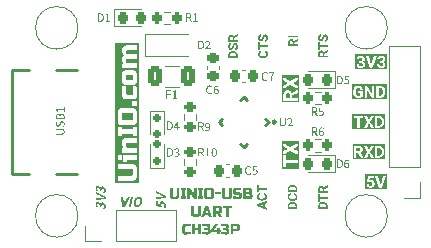
<source format=gto>
%TF.GenerationSoftware,KiCad,Pcbnew,8.0.7-5-g6f92c4cccf*%
%TF.CreationDate,2025-01-08T11:04:30+08:00*%
%TF.ProjectId,UINIO-USB-UART-CH343,55494e49-4f2d-4555-9342-2d554152542d,Version 5.0.0*%
%TF.SameCoordinates,PX8be9df0PY5020b20*%
%TF.FileFunction,Legend,Top*%
%TF.FilePolarity,Positive*%
%FSLAX46Y46*%
G04 Gerber Fmt 4.6, Leading zero omitted, Abs format (unit mm)*
G04 Created by KiCad (PCBNEW 8.0.7-5-g6f92c4cccf) date 2025-01-08 11:04:30*
%MOMM*%
%LPD*%
G01*
G04 APERTURE LIST*
G04 Aperture macros list*
%AMRoundRect*
0 Rectangle with rounded corners*
0 $1 Rounding radius*
0 $2 $3 $4 $5 $6 $7 $8 $9 X,Y pos of 4 corners*
0 Add a 4 corners polygon primitive as box body*
4,1,4,$2,$3,$4,$5,$6,$7,$8,$9,$2,$3,0*
0 Add four circle primitives for the rounded corners*
1,1,$1+$1,$2,$3*
1,1,$1+$1,$4,$5*
1,1,$1+$1,$6,$7*
1,1,$1+$1,$8,$9*
0 Add four rect primitives between the rounded corners*
20,1,$1+$1,$2,$3,$4,$5,0*
20,1,$1+$1,$4,$5,$6,$7,0*
20,1,$1+$1,$6,$7,$8,$9,0*
20,1,$1+$1,$8,$9,$2,$3,0*%
%AMRotRect*
0 Rectangle, with rotation*
0 The origin of the aperture is its center*
0 $1 length*
0 $2 width*
0 $3 Rotation angle, in degrees counterclockwise*
0 Add horizontal line*
21,1,$1,$2,0,0,$3*%
G04 Aperture macros list end*
%ADD10C,0.160000*%
%ADD11C,0.200000*%
%ADD12C,0.300000*%
%ADD13C,0.150000*%
%ADD14C,0.100000*%
%ADD15C,0.120000*%
%ADD16C,0.254000*%
%ADD17R,1.700000X1.700000*%
%ADD18O,1.700000X1.700000*%
%ADD19C,2.200000*%
%ADD20RoundRect,0.150000X0.200000X-0.150000X0.200000X0.150000X-0.200000X0.150000X-0.200000X-0.150000X0*%
%ADD21R,1.200000X1.200000*%
%ADD22RoundRect,0.200000X0.275000X-0.200000X0.275000X0.200000X-0.275000X0.200000X-0.275000X-0.200000X0*%
%ADD23RoundRect,0.200000X-0.200000X-0.275000X0.200000X-0.275000X0.200000X0.275000X-0.200000X0.275000X0*%
%ADD24RoundRect,0.250000X-0.375000X-0.625000X0.375000X-0.625000X0.375000X0.625000X-0.375000X0.625000X0*%
%ADD25RoundRect,0.200000X-0.275000X0.200000X-0.275000X-0.200000X0.275000X-0.200000X0.275000X0.200000X0*%
%ADD26RoundRect,0.150000X-0.200000X0.150000X-0.200000X-0.150000X0.200000X-0.150000X0.200000X0.150000X0*%
%ADD27RoundRect,0.218750X0.218750X0.256250X-0.218750X0.256250X-0.218750X-0.256250X0.218750X-0.256250X0*%
%ADD28RoundRect,0.225000X0.225000X0.250000X-0.225000X0.250000X-0.225000X-0.250000X0.225000X-0.250000X0*%
%ADD29C,0.650000*%
%ADD30O,2.100000X1.000000*%
%ADD31O,1.900000X1.000000*%
%ADD32R,1.150000X0.600000*%
%ADD33R,1.150000X0.300000*%
%ADD34RoundRect,0.218750X-0.218750X-0.256250X0.218750X-0.256250X0.218750X0.256250X-0.218750X0.256250X0*%
%ADD35RoundRect,0.225000X-0.250000X0.225000X-0.250000X-0.225000X0.250000X-0.225000X0.250000X0.225000X0*%
%ADD36RotRect,0.250000X0.750000X135.000000*%
%ADD37RotRect,0.750000X0.250000X135.000000*%
%ADD38RotRect,1.700000X1.700000X135.000000*%
G04 APERTURE END LIST*
D10*
G36*
X3786505Y-17302414D02*
G01*
X3784253Y-17259251D01*
X3777583Y-17216960D01*
X3766617Y-17176091D01*
X3751481Y-17137196D01*
X3732300Y-17100827D01*
X3709198Y-17067536D01*
X3682299Y-17037873D01*
X3651728Y-17012391D01*
X3617611Y-16991641D01*
X3580071Y-16976175D01*
X3553204Y-16969071D01*
X3506502Y-16964326D01*
X3465410Y-16969877D01*
X3423706Y-16988586D01*
X3390534Y-17018650D01*
X3366141Y-17058176D01*
X3354879Y-17088848D01*
X3349212Y-17087676D01*
X3331081Y-17046962D01*
X3309100Y-17010793D01*
X3283258Y-16979537D01*
X3253540Y-16953560D01*
X3219933Y-16933228D01*
X3182423Y-16918909D01*
X3166323Y-16914947D01*
X3117027Y-16909578D01*
X3073621Y-16914752D01*
X3036314Y-16929854D01*
X3005318Y-16954270D01*
X2980844Y-16987388D01*
X2963101Y-17028593D01*
X2952301Y-17077272D01*
X2948884Y-17118317D01*
X2948654Y-17132812D01*
X2951547Y-17176781D01*
X2959949Y-17219573D01*
X2973444Y-17261325D01*
X2991616Y-17302177D01*
X3014049Y-17342267D01*
X3040327Y-17381733D01*
X3051822Y-17397376D01*
X3152841Y-17336022D01*
X3128865Y-17304029D01*
X3106222Y-17267438D01*
X3089926Y-17231055D01*
X3079890Y-17188940D01*
X3078591Y-17167397D01*
X3083802Y-17127544D01*
X3105018Y-17092756D01*
X3141165Y-17077443D01*
X3178633Y-17079665D01*
X3215626Y-17092777D01*
X3247309Y-17117054D01*
X3272455Y-17154304D01*
X3287529Y-17196560D01*
X3295227Y-17238458D01*
X3298654Y-17288132D01*
X3298801Y-17301828D01*
X3417600Y-17326643D01*
X3418848Y-17280621D01*
X3422531Y-17241520D01*
X3431077Y-17199415D01*
X3447305Y-17161482D01*
X3479639Y-17132279D01*
X3522170Y-17126065D01*
X3543239Y-17129099D01*
X3584235Y-17145383D01*
X3616229Y-17173941D01*
X3638522Y-17212797D01*
X3649378Y-17252800D01*
X3652269Y-17289909D01*
X3648563Y-17328893D01*
X3635797Y-17369035D01*
X3615470Y-17403930D01*
X3589190Y-17434106D01*
X3567663Y-17453063D01*
X3671222Y-17550174D01*
X3706385Y-17522275D01*
X3736721Y-17486653D01*
X3757388Y-17450523D01*
X3773069Y-17408065D01*
X3781525Y-17369248D01*
X3785936Y-17325877D01*
X3786505Y-17302414D01*
G37*
G36*
X3774000Y-16698450D02*
G01*
X3774000Y-16504424D01*
X2948654Y-16085108D01*
X2948654Y-16249434D01*
X3350775Y-16438381D01*
X3392741Y-16458314D01*
X3433916Y-16477382D01*
X3474712Y-16496038D01*
X3515540Y-16514731D01*
X3556812Y-16533915D01*
X3598939Y-16554041D01*
X3616121Y-16562456D01*
X3616121Y-16567927D01*
X3573535Y-16570395D01*
X3531961Y-16572297D01*
X3490976Y-16573897D01*
X3450162Y-16575458D01*
X3409097Y-16577245D01*
X3367361Y-16579521D01*
X3350385Y-16580628D01*
X2948654Y-16604661D01*
X2948654Y-16774263D01*
X3774000Y-16698450D01*
G37*
G36*
X3786505Y-15951067D02*
G01*
X3784253Y-15907905D01*
X3777583Y-15865613D01*
X3766617Y-15824744D01*
X3751481Y-15785849D01*
X3732300Y-15749481D01*
X3709198Y-15716189D01*
X3682299Y-15686526D01*
X3651728Y-15661044D01*
X3617611Y-15640294D01*
X3580071Y-15624828D01*
X3553204Y-15617725D01*
X3506502Y-15612980D01*
X3465410Y-15618531D01*
X3423706Y-15637240D01*
X3390534Y-15667304D01*
X3366141Y-15706829D01*
X3354879Y-15737501D01*
X3349212Y-15736329D01*
X3331081Y-15695615D01*
X3309100Y-15659446D01*
X3283258Y-15628190D01*
X3253540Y-15602213D01*
X3219933Y-15581881D01*
X3182423Y-15567562D01*
X3166323Y-15563600D01*
X3117027Y-15558232D01*
X3073621Y-15563405D01*
X3036314Y-15578507D01*
X3005318Y-15602923D01*
X2980844Y-15636041D01*
X2963101Y-15677247D01*
X2952301Y-15725926D01*
X2948884Y-15766971D01*
X2948654Y-15781465D01*
X2951547Y-15825435D01*
X2959949Y-15868226D01*
X2973444Y-15909979D01*
X2991616Y-15950830D01*
X3014049Y-15990920D01*
X3040327Y-16030386D01*
X3051822Y-16046029D01*
X3152841Y-15984675D01*
X3128865Y-15952682D01*
X3106222Y-15916091D01*
X3089926Y-15879708D01*
X3079890Y-15837593D01*
X3078591Y-15816050D01*
X3083802Y-15776197D01*
X3105018Y-15741409D01*
X3141165Y-15726096D01*
X3178633Y-15728318D01*
X3215626Y-15741430D01*
X3247309Y-15765707D01*
X3272455Y-15802957D01*
X3287529Y-15845213D01*
X3295227Y-15887112D01*
X3298654Y-15936785D01*
X3298801Y-15950481D01*
X3417600Y-15975296D01*
X3418848Y-15929274D01*
X3422531Y-15890173D01*
X3431077Y-15848068D01*
X3447305Y-15810135D01*
X3479639Y-15780932D01*
X3522170Y-15774719D01*
X3543239Y-15777752D01*
X3584235Y-15794037D01*
X3616229Y-15822594D01*
X3638522Y-15861450D01*
X3649378Y-15901453D01*
X3652269Y-15938562D01*
X3648563Y-15977546D01*
X3635797Y-16017688D01*
X3615470Y-16052583D01*
X3589190Y-16082759D01*
X3567663Y-16101716D01*
X3671222Y-16198827D01*
X3706385Y-16170928D01*
X3736721Y-16135306D01*
X3757388Y-16099176D01*
X3773069Y-16056718D01*
X3781525Y-16017901D01*
X3785936Y-15974531D01*
X3786505Y-15951067D01*
G37*
G36*
X19653563Y-16918515D02*
G01*
X19692805Y-16923358D01*
X19736400Y-16933089D01*
X19777639Y-16947214D01*
X19811110Y-16962819D01*
X19847205Y-16984712D01*
X19879579Y-17010215D01*
X19908231Y-17039326D01*
X19933162Y-17072047D01*
X19945737Y-17092365D01*
X19964342Y-17129896D01*
X19978440Y-17169483D01*
X19988032Y-17211128D01*
X19993117Y-17254829D01*
X19994000Y-17280725D01*
X19994000Y-17528485D01*
X19193665Y-17528485D01*
X19193665Y-17282288D01*
X19327119Y-17282288D01*
X19327119Y-17363768D01*
X19861522Y-17363768D01*
X19861522Y-17284047D01*
X19858502Y-17243920D01*
X19847655Y-17203418D01*
X19828918Y-17168632D01*
X19802293Y-17139561D01*
X19798410Y-17136329D01*
X19763361Y-17113859D01*
X19721522Y-17097641D01*
X19679343Y-17088579D01*
X19639052Y-17084623D01*
X19617475Y-17083963D01*
X19575074Y-17083963D01*
X19531360Y-17085742D01*
X19491809Y-17091080D01*
X19450927Y-17101804D01*
X19411143Y-17119991D01*
X19390036Y-17134570D01*
X19362510Y-17162780D01*
X19342848Y-17196803D01*
X19331051Y-17236639D01*
X19327180Y-17276264D01*
X19327119Y-17282288D01*
X19193665Y-17282288D01*
X19195946Y-17237192D01*
X19202790Y-17194228D01*
X19214197Y-17153396D01*
X19230167Y-17114695D01*
X19241341Y-17093538D01*
X19264040Y-17058869D01*
X19290591Y-17027698D01*
X19320994Y-17000024D01*
X19355250Y-16975846D01*
X19376554Y-16963600D01*
X19416001Y-16945404D01*
X19457748Y-16931677D01*
X19501796Y-16922419D01*
X19541381Y-16918041D01*
X19575660Y-16916901D01*
X19612590Y-16916901D01*
X19653563Y-16918515D01*
G37*
G36*
X19729045Y-16172840D02*
G01*
X19768066Y-16177589D01*
X19811351Y-16188250D01*
X19850777Y-16204325D01*
X19886342Y-16225812D01*
X19918046Y-16252712D01*
X19932450Y-16268192D01*
X19957617Y-16302356D01*
X19977577Y-16340366D01*
X19992330Y-16382223D01*
X20001876Y-16427927D01*
X20005854Y-16468952D01*
X20006505Y-16494849D01*
X20003967Y-16541306D01*
X19996353Y-16584567D01*
X19983664Y-16624631D01*
X19965899Y-16661499D01*
X19943059Y-16695172D01*
X19915143Y-16725648D01*
X19902555Y-16736943D01*
X19868177Y-16762330D01*
X19830011Y-16783414D01*
X19788058Y-16800195D01*
X19742316Y-16812674D01*
X19702996Y-16819558D01*
X19661252Y-16823689D01*
X19617084Y-16825066D01*
X19567845Y-16825066D01*
X19525369Y-16823637D01*
X19484845Y-16819351D01*
X19446271Y-16812206D01*
X19403734Y-16800260D01*
X19363853Y-16784424D01*
X19327187Y-16764969D01*
X19294466Y-16742167D01*
X19261902Y-16712010D01*
X19234492Y-16677480D01*
X19228445Y-16668164D01*
X19207757Y-16628841D01*
X19194505Y-16591949D01*
X19185777Y-16552738D01*
X19181575Y-16511208D01*
X19181159Y-16492700D01*
X19182972Y-16450725D01*
X19188410Y-16411383D01*
X19199722Y-16367648D01*
X19216254Y-16327705D01*
X19238007Y-16291554D01*
X19255409Y-16269560D01*
X19285355Y-16240340D01*
X19319505Y-16216135D01*
X19357858Y-16196944D01*
X19400416Y-16182768D01*
X19439092Y-16174785D01*
X19463699Y-16171667D01*
X19463699Y-16336580D01*
X19423450Y-16342445D01*
X19383450Y-16356287D01*
X19351348Y-16379762D01*
X19330034Y-16412955D01*
X19319139Y-16453037D01*
X19316372Y-16492700D01*
X19321071Y-16535711D01*
X19335167Y-16572199D01*
X19361850Y-16605092D01*
X19375772Y-16615994D01*
X19414378Y-16635827D01*
X19457413Y-16648189D01*
X19501801Y-16654938D01*
X19544849Y-16657702D01*
X19560224Y-16658004D01*
X19620992Y-16658004D01*
X19667406Y-16656623D01*
X19708901Y-16652481D01*
X19751096Y-16644158D01*
X19791121Y-16630044D01*
X19811697Y-16618729D01*
X19843433Y-16589756D01*
X19863415Y-16551929D01*
X19871349Y-16510315D01*
X19871878Y-16494849D01*
X19869127Y-16454951D01*
X19858292Y-16414539D01*
X19837098Y-16380935D01*
X19805508Y-16357158D01*
X19767137Y-16343279D01*
X19729045Y-16337557D01*
X19729045Y-16172840D01*
G37*
G36*
X19653563Y-15458529D02*
G01*
X19692805Y-15463372D01*
X19736400Y-15473103D01*
X19777639Y-15487228D01*
X19811110Y-15502833D01*
X19847205Y-15524726D01*
X19879579Y-15550229D01*
X19908231Y-15579340D01*
X19933162Y-15612061D01*
X19945737Y-15632379D01*
X19964342Y-15669910D01*
X19978440Y-15709497D01*
X19988032Y-15751142D01*
X19993117Y-15794843D01*
X19994000Y-15820739D01*
X19994000Y-16068499D01*
X19193665Y-16068499D01*
X19193665Y-15822302D01*
X19327119Y-15822302D01*
X19327119Y-15903782D01*
X19861522Y-15903782D01*
X19861522Y-15824061D01*
X19858502Y-15783934D01*
X19847655Y-15743432D01*
X19828918Y-15708646D01*
X19802293Y-15679575D01*
X19798410Y-15676343D01*
X19763361Y-15653872D01*
X19721522Y-15637655D01*
X19679343Y-15628593D01*
X19639052Y-15624637D01*
X19617475Y-15623977D01*
X19575074Y-15623977D01*
X19531360Y-15625756D01*
X19491809Y-15631094D01*
X19450927Y-15641818D01*
X19411143Y-15660005D01*
X19390036Y-15674584D01*
X19362510Y-15702794D01*
X19342848Y-15736817D01*
X19331051Y-15776653D01*
X19327180Y-15816278D01*
X19327119Y-15822302D01*
X19193665Y-15822302D01*
X19195946Y-15777206D01*
X19202790Y-15734242D01*
X19214197Y-15693410D01*
X19230167Y-15654709D01*
X19241341Y-15633551D01*
X19264040Y-15598883D01*
X19290591Y-15567712D01*
X19320994Y-15540038D01*
X19355250Y-15515860D01*
X19376554Y-15503614D01*
X19416001Y-15485418D01*
X19457748Y-15471691D01*
X19501796Y-15462433D01*
X19541381Y-15458055D01*
X19575660Y-15456915D01*
X19612590Y-15456915D01*
X19653563Y-15458529D01*
G37*
G36*
X26904800Y-9802725D02*
G01*
X26954331Y-9807564D01*
X27004126Y-9822310D01*
X27046655Y-9846887D01*
X27081918Y-9881295D01*
X27100142Y-9907679D01*
X27122875Y-9957409D01*
X27136281Y-10008511D01*
X27142953Y-10057950D01*
X27145176Y-10112593D01*
X27145176Y-10165594D01*
X27144352Y-10192566D01*
X27139406Y-10242929D01*
X27128079Y-10295653D01*
X27107807Y-10347951D01*
X27079719Y-10391762D01*
X27075679Y-10396616D01*
X27039341Y-10429898D01*
X26995858Y-10453319D01*
X26945231Y-10466878D01*
X26895072Y-10470653D01*
X26795421Y-10470653D01*
X26795421Y-9802649D01*
X26897270Y-9802649D01*
X26904800Y-9802725D01*
G37*
G36*
X27465115Y-10747361D02*
G01*
X24661979Y-10747361D01*
X24661979Y-9802649D01*
X24773090Y-9802649D01*
X25075218Y-9802649D01*
X25075218Y-10636250D01*
X25281359Y-10636250D01*
X25626230Y-10636250D01*
X25865832Y-10636250D01*
X26058296Y-10285761D01*
X26250515Y-10636250D01*
X26490361Y-10636250D01*
X26392286Y-10470653D01*
X26589524Y-10470653D01*
X26589524Y-10636250D01*
X26899224Y-10636250D01*
X26931594Y-10635147D01*
X26986221Y-10628790D01*
X27038276Y-10616801D01*
X27087761Y-10599178D01*
X27134674Y-10575922D01*
X27160071Y-10560202D01*
X27200972Y-10529039D01*
X27237362Y-10493223D01*
X27269240Y-10452757D01*
X27296607Y-10407638D01*
X27316113Y-10365798D01*
X27333769Y-10314250D01*
X27345933Y-10259757D01*
X27351986Y-10210704D01*
X27354004Y-10159487D01*
X27354004Y-10113326D01*
X27352579Y-10070477D01*
X27347106Y-10020995D01*
X27335534Y-9965936D01*
X27318375Y-9913751D01*
X27295630Y-9864442D01*
X27280323Y-9837812D01*
X27250101Y-9794993D01*
X27215508Y-9756989D01*
X27176544Y-9723800D01*
X27133209Y-9695426D01*
X27106762Y-9681458D01*
X27058386Y-9661496D01*
X27007345Y-9647238D01*
X26953640Y-9638683D01*
X26897270Y-9635831D01*
X26589524Y-9635831D01*
X26589524Y-10470653D01*
X26392286Y-10470653D01*
X26191652Y-10131888D01*
X26482790Y-9635831D01*
X26245874Y-9635831D01*
X26058296Y-9980702D01*
X25870717Y-9635831D01*
X25633802Y-9635831D01*
X25924939Y-10131888D01*
X25626230Y-10636250D01*
X25281359Y-10636250D01*
X25281359Y-9802649D01*
X25587640Y-9802649D01*
X25587640Y-9635831D01*
X24773090Y-9635831D01*
X24773090Y-9802649D01*
X24661979Y-9802649D01*
X24661979Y-9524720D01*
X27465115Y-9524720D01*
X27465115Y-10747361D01*
G37*
D11*
G36*
X9788283Y-15752623D02*
G01*
X10030084Y-15752623D01*
X10030084Y-16405484D01*
X10027897Y-16453771D01*
X10019817Y-16503601D01*
X10005784Y-16546425D01*
X9982455Y-16586789D01*
X9967875Y-16603540D01*
X9932168Y-16630757D01*
X9887257Y-16650197D01*
X9840408Y-16660828D01*
X9794643Y-16665202D01*
X9769819Y-16665749D01*
X9478779Y-16665749D01*
X9430425Y-16663562D01*
X9380556Y-16655482D01*
X9337734Y-16641449D01*
X9297425Y-16618120D01*
X9280722Y-16603540D01*
X9253506Y-16567751D01*
X9234066Y-16522812D01*
X9223435Y-16475984D01*
X9219060Y-16430271D01*
X9218514Y-16405484D01*
X9218514Y-15752623D01*
X9460314Y-15752623D01*
X9460314Y-16405484D01*
X9471706Y-16450031D01*
X9509453Y-16472607D01*
X9529337Y-16474287D01*
X9719260Y-16474287D01*
X9763950Y-16462932D01*
X9787205Y-16421610D01*
X9788283Y-16405484D01*
X9788283Y-15752623D01*
G37*
G36*
X10594578Y-16653000D02*
G01*
X10124826Y-16653000D01*
X10124826Y-16461757D01*
X10238692Y-16461757D01*
X10238692Y-15943865D01*
X10124826Y-15943865D01*
X10124826Y-15752623D01*
X10594578Y-15752623D01*
X10594578Y-15943865D01*
X10480712Y-15943865D01*
X10480712Y-16461757D01*
X10594578Y-16461757D01*
X10594578Y-16653000D01*
G37*
G36*
X11477589Y-16653000D02*
G01*
X11225897Y-16653000D01*
X10933099Y-16140602D01*
X10933099Y-16653000D01*
X10691298Y-16653000D01*
X10691298Y-15752623D01*
X10942990Y-15752623D01*
X11235569Y-16264800D01*
X11235569Y-15752623D01*
X11477589Y-15752623D01*
X11477589Y-16653000D01*
G37*
G36*
X12042743Y-16653000D02*
G01*
X11572990Y-16653000D01*
X11572990Y-16461757D01*
X11686856Y-16461757D01*
X11686856Y-15943865D01*
X11572990Y-15943865D01*
X11572990Y-15752623D01*
X12042743Y-15752623D01*
X12042743Y-15943865D01*
X11928877Y-15943865D01*
X11928877Y-16461757D01*
X12042743Y-16461757D01*
X12042743Y-16653000D01*
G37*
G36*
X12739122Y-15742068D02*
G01*
X12788991Y-15750176D01*
X12831812Y-15764259D01*
X12872121Y-15787670D01*
X12888824Y-15802302D01*
X12916041Y-15837995D01*
X12935481Y-15882865D01*
X12946112Y-15929655D01*
X12950486Y-15975353D01*
X12951033Y-16000138D01*
X12951033Y-16405484D01*
X12948846Y-16453771D01*
X12940766Y-16503601D01*
X12926733Y-16546425D01*
X12903404Y-16586789D01*
X12888824Y-16603540D01*
X12853117Y-16630757D01*
X12808206Y-16650197D01*
X12761357Y-16660828D01*
X12715592Y-16665202D01*
X12690768Y-16665749D01*
X12374229Y-16665749D01*
X12325942Y-16663562D01*
X12276112Y-16655482D01*
X12233288Y-16641449D01*
X12192923Y-16618120D01*
X12176172Y-16603540D01*
X12148956Y-16567751D01*
X12129516Y-16522812D01*
X12118885Y-16475984D01*
X12114511Y-16430271D01*
X12113964Y-16405484D01*
X12113964Y-16000138D01*
X12355984Y-16000138D01*
X12355984Y-16405484D01*
X12367376Y-16450031D01*
X12405123Y-16472607D01*
X12425007Y-16474287D01*
X12640209Y-16474287D01*
X12684899Y-16462932D01*
X12708154Y-16421610D01*
X12709232Y-16405484D01*
X12709232Y-16000138D01*
X12697841Y-15955591D01*
X12660094Y-15933015D01*
X12640209Y-15931335D01*
X12425007Y-15931335D01*
X12380317Y-15942690D01*
X12357063Y-15984013D01*
X12355984Y-16000138D01*
X12113964Y-16000138D01*
X12116151Y-15951859D01*
X12124231Y-15902058D01*
X12138264Y-15859283D01*
X12161592Y-15819001D01*
X12176172Y-15802302D01*
X12211962Y-15774989D01*
X12256901Y-15755480D01*
X12303728Y-15744811D01*
X12349442Y-15740422D01*
X12374229Y-15739873D01*
X12690768Y-15739873D01*
X12739122Y-15742068D01*
G37*
G36*
X13021155Y-16298432D02*
G01*
X13021155Y-16107190D01*
X13554215Y-16107190D01*
X13554215Y-16298432D01*
X13021155Y-16298432D01*
G37*
G36*
X14220705Y-15752623D02*
G01*
X14462505Y-15752623D01*
X14462505Y-16405484D01*
X14460318Y-16453771D01*
X14452238Y-16503601D01*
X14438205Y-16546425D01*
X14414877Y-16586789D01*
X14400297Y-16603540D01*
X14364590Y-16630757D01*
X14319678Y-16650197D01*
X14272830Y-16660828D01*
X14227064Y-16665202D01*
X14202240Y-16665749D01*
X13911200Y-16665749D01*
X13862846Y-16663562D01*
X13812977Y-16655482D01*
X13770156Y-16641449D01*
X13729847Y-16618120D01*
X13713144Y-16603540D01*
X13685928Y-16567751D01*
X13666487Y-16522812D01*
X13655856Y-16475984D01*
X13651482Y-16430271D01*
X13650935Y-16405484D01*
X13650935Y-15752623D01*
X13892736Y-15752623D01*
X13892736Y-16405484D01*
X13904127Y-16450031D01*
X13941874Y-16472607D01*
X13961759Y-16474287D01*
X14151682Y-16474287D01*
X14196372Y-16462932D01*
X14219626Y-16421610D01*
X14220705Y-16405484D01*
X14220705Y-15752623D01*
G37*
G36*
X14568678Y-16454943D02*
G01*
X14633042Y-16458400D01*
X14693338Y-16461517D01*
X14749565Y-16464294D01*
X14801723Y-16466731D01*
X14849813Y-16468828D01*
X14893833Y-16470584D01*
X14946198Y-16472398D01*
X14991330Y-16473607D01*
X15037572Y-16474268D01*
X15045464Y-16474287D01*
X15086570Y-16459339D01*
X15101738Y-16418013D01*
X15101738Y-16311182D01*
X14817512Y-16311182D01*
X14769158Y-16308995D01*
X14719289Y-16300915D01*
X14676468Y-16286881D01*
X14636159Y-16263553D01*
X14619456Y-16248973D01*
X14592240Y-16213266D01*
X14572799Y-16168355D01*
X14562168Y-16121506D01*
X14557794Y-16075741D01*
X14557247Y-16050916D01*
X14557247Y-16012888D01*
X14559434Y-15964534D01*
X14567514Y-15914665D01*
X14581547Y-15871843D01*
X14604876Y-15831534D01*
X14619456Y-15814831D01*
X14655163Y-15787615D01*
X14700074Y-15768175D01*
X14746923Y-15757543D01*
X14792688Y-15753169D01*
X14817512Y-15752623D01*
X15269020Y-15752623D01*
X15269020Y-15943865D01*
X14868071Y-15943865D01*
X14823523Y-15955256D01*
X14800947Y-15993003D01*
X14799267Y-16012888D01*
X14799267Y-16038167D01*
X14810623Y-16082857D01*
X14851945Y-16106112D01*
X14868071Y-16107190D01*
X15096022Y-16107190D01*
X15141244Y-16109315D01*
X15188084Y-16117167D01*
X15233809Y-16133224D01*
X15271209Y-16156837D01*
X15283088Y-16167640D01*
X15312310Y-16206788D01*
X15330256Y-16250433D01*
X15339760Y-16295451D01*
X15343479Y-16346844D01*
X15343538Y-16354706D01*
X15343538Y-16418013D01*
X15341413Y-16463318D01*
X15333562Y-16510253D01*
X15317504Y-16556089D01*
X15293891Y-16593599D01*
X15283088Y-16605519D01*
X15243940Y-16634634D01*
X15200296Y-16652515D01*
X15155277Y-16661985D01*
X15103885Y-16665690D01*
X15096022Y-16665749D01*
X15050583Y-16665437D01*
X15003430Y-16664502D01*
X14959075Y-16663111D01*
X14842572Y-16658055D01*
X14793494Y-16655464D01*
X14743365Y-16652471D01*
X14692185Y-16649075D01*
X14639954Y-16645278D01*
X14595625Y-16641807D01*
X14568678Y-16639591D01*
X14568678Y-16454943D01*
G37*
G36*
X15998097Y-15754678D02*
G01*
X16044936Y-15762273D01*
X16090662Y-15777804D01*
X16132152Y-15804014D01*
X16139941Y-15811094D01*
X16169162Y-15848608D01*
X16187108Y-15889924D01*
X16197498Y-15938741D01*
X16200391Y-15987609D01*
X16197042Y-16033569D01*
X16185623Y-16077629D01*
X16166099Y-16114884D01*
X16137002Y-16150857D01*
X16101692Y-16176213D01*
X16146124Y-16196468D01*
X16179255Y-16226267D01*
X16206396Y-16267167D01*
X16225230Y-16312061D01*
X16235122Y-16355530D01*
X16238407Y-16402172D01*
X16238420Y-16405484D01*
X16236294Y-16450713D01*
X16228443Y-16497581D01*
X16212386Y-16543365D01*
X16188773Y-16580851D01*
X16177969Y-16592769D01*
X16138804Y-16621884D01*
X16095115Y-16639765D01*
X16050035Y-16649235D01*
X15998560Y-16652941D01*
X15990684Y-16653000D01*
X15439379Y-16653000D01*
X15439379Y-16461757D01*
X15681179Y-16461757D01*
X15927376Y-16461757D01*
X15972066Y-16450366D01*
X15994714Y-16412619D01*
X15996399Y-16392734D01*
X15996399Y-16367455D01*
X15985008Y-16322765D01*
X15947261Y-16300117D01*
X15927376Y-16298432D01*
X15681179Y-16298432D01*
X15681179Y-16461757D01*
X15439379Y-16461757D01*
X15439379Y-16107190D01*
X15681179Y-16107190D01*
X15889567Y-16107190D01*
X15934115Y-16095799D01*
X15956691Y-16058052D01*
X15958371Y-16038167D01*
X15958371Y-16012888D01*
X15947015Y-15968198D01*
X15905693Y-15944943D01*
X15889567Y-15943865D01*
X15681179Y-15943865D01*
X15681179Y-16107190D01*
X15439379Y-16107190D01*
X15439379Y-15752623D01*
X15952875Y-15752623D01*
X15998097Y-15754678D01*
G37*
G36*
X11595191Y-17264623D02*
G01*
X11836992Y-17264623D01*
X11836992Y-17917484D01*
X11834805Y-17965771D01*
X11826725Y-18015601D01*
X11812692Y-18058425D01*
X11789363Y-18098789D01*
X11774783Y-18115540D01*
X11739076Y-18142757D01*
X11694165Y-18162197D01*
X11647316Y-18172828D01*
X11601551Y-18177202D01*
X11576727Y-18177749D01*
X11285687Y-18177749D01*
X11237333Y-18175562D01*
X11187464Y-18167482D01*
X11144642Y-18153449D01*
X11104333Y-18130120D01*
X11087630Y-18115540D01*
X11060414Y-18079751D01*
X11040974Y-18034812D01*
X11030343Y-17987984D01*
X11025968Y-17942271D01*
X11025422Y-17917484D01*
X11025422Y-17264623D01*
X11267222Y-17264623D01*
X11267222Y-17917484D01*
X11278614Y-17962031D01*
X11316361Y-17984607D01*
X11336245Y-17986287D01*
X11526168Y-17986287D01*
X11570858Y-17974932D01*
X11594113Y-17933610D01*
X11595191Y-17917484D01*
X11595191Y-17264623D01*
G37*
G36*
X12797819Y-18165000D02*
G01*
X12536015Y-18165000D01*
X12479082Y-18006730D01*
X12172215Y-18006730D01*
X12115282Y-18165000D01*
X11853258Y-18165000D01*
X11980860Y-17828018D01*
X12234204Y-17828018D01*
X12417093Y-17828018D01*
X12325649Y-17559399D01*
X12234204Y-17828018D01*
X11980860Y-17828018D01*
X12194197Y-17264623D01*
X12457100Y-17264623D01*
X12797819Y-18165000D01*
G37*
G36*
X13426494Y-17266810D02*
G01*
X13476363Y-17274890D01*
X13519184Y-17288923D01*
X13559494Y-17312251D01*
X13576196Y-17326831D01*
X13603413Y-17362538D01*
X13622853Y-17407450D01*
X13633484Y-17454298D01*
X13637858Y-17500064D01*
X13638405Y-17524888D01*
X13638405Y-17638754D01*
X13636680Y-17683359D01*
X13630484Y-17728875D01*
X13618127Y-17773118D01*
X13602355Y-17806256D01*
X13573570Y-17842625D01*
X13536785Y-17868916D01*
X13496402Y-17884071D01*
X13655990Y-18165000D01*
X13392868Y-18165000D01*
X13247348Y-17899019D01*
X13081165Y-17899019D01*
X13081165Y-18165000D01*
X12839365Y-18165000D01*
X12839365Y-17707777D01*
X13081165Y-17707777D01*
X13327362Y-17707777D01*
X13372051Y-17696385D01*
X13394700Y-17658638D01*
X13396385Y-17638754D01*
X13396385Y-17524888D01*
X13384993Y-17480198D01*
X13347246Y-17457550D01*
X13327362Y-17455865D01*
X13081165Y-17455865D01*
X13081165Y-17707777D01*
X12839365Y-17707777D01*
X12839365Y-17264623D01*
X13378140Y-17264623D01*
X13426494Y-17266810D01*
G37*
G36*
X14190369Y-18165000D02*
G01*
X13948349Y-18165000D01*
X13948349Y-17455865D01*
X13682589Y-17455865D01*
X13682589Y-17264623D01*
X14456350Y-17264623D01*
X14456350Y-17455865D01*
X14190369Y-17455865D01*
X14190369Y-18165000D01*
G37*
G36*
X10998604Y-19663591D02*
G01*
X10945307Y-19668265D01*
X10893815Y-19672480D01*
X10844127Y-19676236D01*
X10796244Y-19679531D01*
X10750165Y-19682366D01*
X10705891Y-19684742D01*
X10649665Y-19687194D01*
X10596648Y-19688829D01*
X10546838Y-19689647D01*
X10523136Y-19689749D01*
X10477832Y-19687632D01*
X10430896Y-19679809D01*
X10385061Y-19663810D01*
X10347551Y-19640283D01*
X10335631Y-19629519D01*
X10306516Y-19590247D01*
X10288635Y-19546493D01*
X10279165Y-19501378D01*
X10275460Y-19449889D01*
X10275401Y-19442013D01*
X10275401Y-19036888D01*
X10277588Y-18988534D01*
X10285668Y-18938665D01*
X10299701Y-18895843D01*
X10323029Y-18855534D01*
X10337609Y-18838831D01*
X10373399Y-18811615D01*
X10418338Y-18792175D01*
X10465165Y-18781543D01*
X10510879Y-18777169D01*
X10535666Y-18776623D01*
X10998604Y-18776623D01*
X10998604Y-18967865D01*
X10586444Y-18967865D01*
X10541754Y-18979256D01*
X10519106Y-19017003D01*
X10517421Y-19036888D01*
X10517421Y-19442013D01*
X10532369Y-19483339D01*
X10572595Y-19498287D01*
X10617737Y-19497852D01*
X10629309Y-19497628D01*
X10673976Y-19496513D01*
X10695034Y-19495869D01*
X10740137Y-19494138D01*
X10763838Y-19493231D01*
X10809379Y-19490982D01*
X10853743Y-19488175D01*
X10899977Y-19485125D01*
X10945920Y-19482206D01*
X10993032Y-19479285D01*
X10998604Y-19478943D01*
X10998604Y-19663591D01*
G37*
G36*
X11867986Y-19677000D02*
G01*
X11625966Y-19677000D01*
X11625966Y-19316057D01*
X11323496Y-19316057D01*
X11323496Y-19677000D01*
X11081695Y-19677000D01*
X11081695Y-18776623D01*
X11323496Y-18776623D01*
X11323496Y-19124815D01*
X11625966Y-19124815D01*
X11625966Y-18776623D01*
X11867986Y-18776623D01*
X11867986Y-19677000D01*
G37*
G36*
X12426106Y-19689749D02*
G01*
X12372322Y-19689340D01*
X12316924Y-19688114D01*
X12259912Y-19686070D01*
X12201286Y-19683209D01*
X12156257Y-19680527D01*
X12110320Y-19677385D01*
X12063475Y-19673783D01*
X12015722Y-19669721D01*
X11967060Y-19665200D01*
X11950638Y-19663591D01*
X11950638Y-19478943D01*
X12003154Y-19482400D01*
X12053047Y-19485517D01*
X12100316Y-19488294D01*
X12144961Y-19490731D01*
X12200407Y-19493451D01*
X12251188Y-19495567D01*
X12297306Y-19497078D01*
X12348393Y-19498117D01*
X12375547Y-19498287D01*
X12416653Y-19483339D01*
X12431821Y-19442013D01*
X12431821Y-19391455D01*
X12420429Y-19346765D01*
X12382682Y-19324117D01*
X12362798Y-19322432D01*
X12090003Y-19322432D01*
X12090003Y-19131190D01*
X12337519Y-19131190D01*
X12382208Y-19119799D01*
X12404857Y-19082052D01*
X12406542Y-19062167D01*
X12406542Y-19036888D01*
X12395150Y-18992198D01*
X12357403Y-18969550D01*
X12337519Y-18967865D01*
X11963388Y-18967865D01*
X11963388Y-18776623D01*
X12400826Y-18776623D01*
X12446123Y-18778678D01*
X12493030Y-18786273D01*
X12538807Y-18801804D01*
X12580322Y-18828014D01*
X12588112Y-18835094D01*
X12617333Y-18872608D01*
X12635279Y-18913924D01*
X12645669Y-18962741D01*
X12648562Y-19011609D01*
X12645020Y-19057590D01*
X12632942Y-19101724D01*
X12612292Y-19139103D01*
X12582820Y-19173052D01*
X12546048Y-19198201D01*
X12539092Y-19200872D01*
X12582568Y-19220809D01*
X12615112Y-19250412D01*
X12641912Y-19291199D01*
X12660652Y-19336061D01*
X12670544Y-19379530D01*
X12673828Y-19426172D01*
X12673841Y-19429484D01*
X12673841Y-19442013D01*
X12671716Y-19487318D01*
X12663864Y-19534253D01*
X12647807Y-19580089D01*
X12624194Y-19617599D01*
X12613391Y-19629519D01*
X12574226Y-19658634D01*
X12530537Y-19676515D01*
X12485457Y-19685985D01*
X12433981Y-19689690D01*
X12426106Y-19689749D01*
G37*
G36*
X13187557Y-19499826D02*
G01*
X12719124Y-19499826D01*
X12719124Y-19313420D01*
X13025990Y-18776623D01*
X13295488Y-18776623D01*
X12991479Y-19308364D01*
X13187557Y-19308364D01*
X13187557Y-19118441D01*
X13429577Y-19118441D01*
X13429577Y-19308364D01*
X13518164Y-19308364D01*
X13518164Y-19499826D01*
X13429577Y-19499826D01*
X13429577Y-19677000D01*
X13187557Y-19677000D01*
X13187557Y-19499826D01*
G37*
G36*
X14013196Y-19689749D02*
G01*
X13959412Y-19689340D01*
X13904014Y-19688114D01*
X13847002Y-19686070D01*
X13788376Y-19683209D01*
X13743347Y-19680527D01*
X13697410Y-19677385D01*
X13650565Y-19673783D01*
X13602812Y-19669721D01*
X13554150Y-19665200D01*
X13537728Y-19663591D01*
X13537728Y-19478943D01*
X13590244Y-19482400D01*
X13640137Y-19485517D01*
X13687406Y-19488294D01*
X13732051Y-19490731D01*
X13787497Y-19493451D01*
X13838278Y-19495567D01*
X13884396Y-19497078D01*
X13935483Y-19498117D01*
X13962637Y-19498287D01*
X14003743Y-19483339D01*
X14018911Y-19442013D01*
X14018911Y-19391455D01*
X14007519Y-19346765D01*
X13969772Y-19324117D01*
X13949888Y-19322432D01*
X13677093Y-19322432D01*
X13677093Y-19131190D01*
X13924609Y-19131190D01*
X13969298Y-19119799D01*
X13991947Y-19082052D01*
X13993632Y-19062167D01*
X13993632Y-19036888D01*
X13982240Y-18992198D01*
X13944493Y-18969550D01*
X13924609Y-18967865D01*
X13550478Y-18967865D01*
X13550478Y-18776623D01*
X13987916Y-18776623D01*
X14033213Y-18778678D01*
X14080120Y-18786273D01*
X14125897Y-18801804D01*
X14167412Y-18828014D01*
X14175202Y-18835094D01*
X14204423Y-18872608D01*
X14222369Y-18913924D01*
X14232759Y-18962741D01*
X14235652Y-19011609D01*
X14232110Y-19057590D01*
X14220032Y-19101724D01*
X14199382Y-19139103D01*
X14169910Y-19173052D01*
X14133138Y-19198201D01*
X14126182Y-19200872D01*
X14169658Y-19220809D01*
X14202202Y-19250412D01*
X14229002Y-19291199D01*
X14247742Y-19336061D01*
X14257634Y-19379530D01*
X14260918Y-19426172D01*
X14260931Y-19429484D01*
X14260931Y-19442013D01*
X14258806Y-19487318D01*
X14250954Y-19534253D01*
X14234897Y-19580089D01*
X14211284Y-19617599D01*
X14200481Y-19629519D01*
X14161316Y-19658634D01*
X14117627Y-19676515D01*
X14072547Y-19685985D01*
X14021071Y-19689690D01*
X14013196Y-19689749D01*
G37*
G36*
X14944121Y-18778810D02*
G01*
X14993990Y-18786890D01*
X15036812Y-18800923D01*
X15077121Y-18824251D01*
X15093824Y-18838831D01*
X15121040Y-18874538D01*
X15140480Y-18919450D01*
X15151112Y-18966298D01*
X15155486Y-19012064D01*
X15156032Y-19036888D01*
X15156032Y-19163503D01*
X15153845Y-19211857D01*
X15145765Y-19261726D01*
X15131732Y-19304548D01*
X15108404Y-19344857D01*
X15093824Y-19361560D01*
X15058117Y-19388776D01*
X15013205Y-19408216D01*
X14966357Y-19418848D01*
X14920591Y-19423222D01*
X14895767Y-19423769D01*
X14598792Y-19423769D01*
X14598792Y-19677000D01*
X14356992Y-19677000D01*
X14356992Y-19232526D01*
X14598792Y-19232526D01*
X14844989Y-19232526D01*
X14889679Y-19221135D01*
X14912327Y-19183388D01*
X14914012Y-19163503D01*
X14914012Y-19036888D01*
X14902621Y-18992198D01*
X14864874Y-18969550D01*
X14844989Y-18967865D01*
X14598792Y-18967865D01*
X14598792Y-19232526D01*
X14356992Y-19232526D01*
X14356992Y-18776623D01*
X14895767Y-18776623D01*
X14944121Y-18778810D01*
G37*
D10*
G36*
X8886505Y-17230265D02*
G01*
X8883814Y-17188032D01*
X8875838Y-17146151D01*
X8862721Y-17105229D01*
X8844609Y-17065875D01*
X8821646Y-17028698D01*
X8793977Y-16994306D01*
X8761748Y-16963308D01*
X8725103Y-16936312D01*
X8684187Y-16913928D01*
X8639144Y-16896763D01*
X8606896Y-16888520D01*
X8561236Y-16881949D01*
X8520381Y-16881926D01*
X8473264Y-16891272D01*
X8434406Y-16910317D01*
X8403643Y-16937950D01*
X8380813Y-16973059D01*
X8365753Y-17014536D01*
X8358301Y-17061269D01*
X8357377Y-17086259D01*
X8360623Y-17125565D01*
X8371222Y-17165783D01*
X8379847Y-17188450D01*
X8199108Y-17135694D01*
X8199108Y-16841039D01*
X8061159Y-16812316D01*
X8061159Y-17246092D01*
X8469533Y-17352972D01*
X8517210Y-17289274D01*
X8497325Y-17253053D01*
X8481441Y-17214508D01*
X8474422Y-17175963D01*
X8473832Y-17158750D01*
X8479033Y-17116641D01*
X8497838Y-17078940D01*
X8529683Y-17055039D01*
X8573856Y-17046509D01*
X8612562Y-17050697D01*
X8651658Y-17062995D01*
X8690569Y-17086442D01*
X8720363Y-17118011D01*
X8740629Y-17156265D01*
X8750958Y-17199766D01*
X8752269Y-17223035D01*
X8748489Y-17262952D01*
X8735602Y-17303148D01*
X8715375Y-17337345D01*
X8685679Y-17370246D01*
X8669031Y-17384626D01*
X8773567Y-17480565D01*
X8806845Y-17450891D01*
X8836349Y-17414386D01*
X8856877Y-17378010D01*
X8872708Y-17335592D01*
X8881357Y-17296909D01*
X8885913Y-17253679D01*
X8886505Y-17230265D01*
G37*
G36*
X8874000Y-16628450D02*
G01*
X8874000Y-16434424D01*
X8048654Y-16015108D01*
X8048654Y-16179434D01*
X8450775Y-16368381D01*
X8492741Y-16388314D01*
X8533916Y-16407382D01*
X8574712Y-16426038D01*
X8615540Y-16444731D01*
X8656812Y-16463915D01*
X8698939Y-16484041D01*
X8716121Y-16492456D01*
X8716121Y-16497927D01*
X8673535Y-16500395D01*
X8631961Y-16502297D01*
X8590976Y-16503897D01*
X8550162Y-16505458D01*
X8509097Y-16507245D01*
X8467361Y-16509521D01*
X8450385Y-16510628D01*
X8048654Y-16534661D01*
X8048654Y-16704263D01*
X8874000Y-16628450D01*
G37*
G36*
X20045320Y-3282400D02*
G01*
X19753596Y-3432267D01*
X19753596Y-3563768D01*
X20045320Y-3563768D01*
X20045320Y-3728485D01*
X19244985Y-3728485D01*
X19244985Y-3431290D01*
X19378439Y-3431290D01*
X19378439Y-3563768D01*
X19620142Y-3563768D01*
X19620142Y-3430704D01*
X19616378Y-3391311D01*
X19602226Y-3353328D01*
X19588292Y-3334570D01*
X19555861Y-3311196D01*
X19517576Y-3301211D01*
X19500756Y-3300376D01*
X19461399Y-3304910D01*
X19424165Y-3321660D01*
X19411070Y-3332616D01*
X19388763Y-3367275D01*
X19379586Y-3407520D01*
X19378439Y-3431290D01*
X19244985Y-3431290D01*
X19246535Y-3388549D01*
X19251186Y-3348984D01*
X19260860Y-3305701D01*
X19275000Y-3266992D01*
X19297139Y-3227614D01*
X19308488Y-3212644D01*
X19338691Y-3182647D01*
X19373905Y-3160018D01*
X19414131Y-3144756D01*
X19452599Y-3137538D01*
X19487469Y-3135659D01*
X19526804Y-3137869D01*
X19566998Y-3145640D01*
X19606619Y-3160837D01*
X19624440Y-3171025D01*
X19656562Y-3196717D01*
X19684295Y-3229583D01*
X19705502Y-3265296D01*
X19711781Y-3278492D01*
X20037699Y-3105373D01*
X20045320Y-3105373D01*
X20045320Y-3282400D01*
G37*
G36*
X20045320Y-2838855D02*
G01*
X20045320Y-3003768D01*
X19244985Y-3003768D01*
X19244985Y-2838855D01*
X20045320Y-2838855D01*
G37*
G36*
X19234384Y-7721817D02*
G01*
X19291812Y-7736794D01*
X19340459Y-7771856D01*
X19361360Y-7799993D01*
X19382587Y-7856967D01*
X19388233Y-7916057D01*
X19388233Y-8115652D01*
X19025678Y-8115652D01*
X19025678Y-7916936D01*
X19027399Y-7881281D01*
X19041165Y-7820913D01*
X19074625Y-7768925D01*
X19094268Y-7752490D01*
X19150119Y-7727365D01*
X19209154Y-7720565D01*
X19234384Y-7721817D01*
G37*
G36*
X20159333Y-8496061D02*
G01*
X18692164Y-8496061D01*
X18692164Y-7916936D01*
X18825497Y-7916936D01*
X18825497Y-8362728D01*
X20026000Y-8362728D01*
X20026000Y-8115652D01*
X19588414Y-8115652D01*
X19588414Y-7918401D01*
X20026000Y-7693600D01*
X20026000Y-7428060D01*
X20014569Y-7428060D01*
X19525692Y-7687739D01*
X19516274Y-7667945D01*
X19484463Y-7614374D01*
X19442863Y-7565075D01*
X19394681Y-7526538D01*
X19367949Y-7511255D01*
X19308518Y-7488461D01*
X19248226Y-7476804D01*
X19189224Y-7473489D01*
X19136919Y-7476308D01*
X19079217Y-7487134D01*
X19018878Y-7510027D01*
X18966056Y-7543971D01*
X18920752Y-7588967D01*
X18903729Y-7611422D01*
X18870520Y-7670488D01*
X18849311Y-7728551D01*
X18834799Y-7793477D01*
X18827823Y-7852824D01*
X18825497Y-7916936D01*
X18692164Y-7916936D01*
X18692164Y-6352414D01*
X18825497Y-6352414D01*
X18825497Y-6636713D01*
X19239342Y-6861807D01*
X18825497Y-7086901D01*
X18825497Y-7371200D01*
X19420766Y-7021835D01*
X20026000Y-7380286D01*
X20026000Y-7092763D01*
X19605413Y-6861807D01*
X20026000Y-6631144D01*
X20026000Y-6343328D01*
X19420766Y-6701779D01*
X18825497Y-6352414D01*
X18692164Y-6352414D01*
X18692164Y-6209995D01*
X20159333Y-6209995D01*
X20159333Y-8496061D01*
G37*
G36*
X20159333Y-14100213D02*
G01*
X18692164Y-14100213D01*
X18692164Y-13966880D01*
X18825497Y-13966880D01*
X19025678Y-13966880D01*
X19025678Y-13604326D01*
X20026000Y-13604326D01*
X20026000Y-13356957D01*
X19025678Y-13356957D01*
X19025678Y-12989420D01*
X18825497Y-12989420D01*
X18825497Y-13966880D01*
X18692164Y-13966880D01*
X18692164Y-11915240D01*
X18825497Y-11915240D01*
X18825497Y-12199539D01*
X19239342Y-12424633D01*
X18825497Y-12649727D01*
X18825497Y-12934026D01*
X19420766Y-12584661D01*
X20026000Y-12943112D01*
X20026000Y-12655589D01*
X19605413Y-12424633D01*
X20026000Y-12193970D01*
X20026000Y-11906154D01*
X19420766Y-12264605D01*
X18825497Y-11915240D01*
X18692164Y-11915240D01*
X18692164Y-11772821D01*
X20159333Y-11772821D01*
X20159333Y-14100213D01*
G37*
G36*
X27015911Y-7266475D02*
G01*
X27065442Y-7271314D01*
X27115237Y-7286060D01*
X27157766Y-7310637D01*
X27193028Y-7345045D01*
X27211252Y-7371429D01*
X27233986Y-7421159D01*
X27247391Y-7472261D01*
X27254063Y-7521700D01*
X27256287Y-7576343D01*
X27256287Y-7629344D01*
X27255463Y-7656316D01*
X27250517Y-7706679D01*
X27239190Y-7759403D01*
X27218918Y-7811701D01*
X27190830Y-7855512D01*
X27186790Y-7860366D01*
X27150451Y-7893648D01*
X27106968Y-7917069D01*
X27056341Y-7930628D01*
X27006182Y-7934403D01*
X26906531Y-7934403D01*
X26906531Y-7266399D01*
X27008381Y-7266399D01*
X27015911Y-7266475D01*
G37*
G36*
X27576226Y-8226742D02*
G01*
X24623369Y-8226742D01*
X24623369Y-7570725D01*
X24734480Y-7570725D01*
X24734480Y-7639113D01*
X24736850Y-7692637D01*
X24742860Y-7743481D01*
X24752512Y-7791647D01*
X24768373Y-7844454D01*
X24789190Y-7893614D01*
X24799566Y-7913451D01*
X24826833Y-7956230D01*
X24858377Y-7994101D01*
X24899666Y-8031371D01*
X24940376Y-8058722D01*
X24965358Y-8072060D01*
X25011463Y-8091123D01*
X25060607Y-8104738D01*
X25112789Y-8112908D01*
X25168011Y-8115631D01*
X25190990Y-8115305D01*
X25243106Y-8112006D01*
X25293118Y-8105153D01*
X25316844Y-8100000D01*
X25712916Y-8100000D01*
X25918813Y-8100000D01*
X25918813Y-7441765D01*
X26320104Y-8100000D01*
X26526245Y-8100000D01*
X26526245Y-7934403D01*
X26700635Y-7934403D01*
X26700635Y-8100000D01*
X27010334Y-8100000D01*
X27042704Y-8098897D01*
X27097331Y-8092540D01*
X27149387Y-8080551D01*
X27198871Y-8062928D01*
X27245785Y-8039672D01*
X27271182Y-8023952D01*
X27312083Y-7992789D01*
X27348472Y-7956973D01*
X27380351Y-7916507D01*
X27407718Y-7871388D01*
X27427224Y-7829548D01*
X27444880Y-7778000D01*
X27457043Y-7723507D01*
X27463097Y-7674454D01*
X27465115Y-7623237D01*
X27465115Y-7577076D01*
X27463689Y-7534227D01*
X27458217Y-7484745D01*
X27446645Y-7429686D01*
X27429486Y-7377501D01*
X27406741Y-7328192D01*
X27391433Y-7301562D01*
X27361211Y-7258743D01*
X27326618Y-7220739D01*
X27287654Y-7187550D01*
X27244319Y-7159176D01*
X27217872Y-7145208D01*
X27169496Y-7125246D01*
X27118456Y-7110988D01*
X27064751Y-7102433D01*
X27008381Y-7099581D01*
X26700635Y-7099581D01*
X26700635Y-7934403D01*
X26526245Y-7934403D01*
X26526245Y-7099581D01*
X26320837Y-7099581D01*
X26320837Y-7759281D01*
X25918813Y-7099581D01*
X25712916Y-7099581D01*
X25712916Y-8100000D01*
X25316844Y-8100000D01*
X25341026Y-8094748D01*
X25393203Y-8078506D01*
X25429773Y-8063428D01*
X25473485Y-8040011D01*
X25515764Y-8009142D01*
X25550739Y-7973482D01*
X25550739Y-7568527D01*
X25157020Y-7568527D01*
X25157020Y-7720446D01*
X25344598Y-7720446D01*
X25344598Y-7898743D01*
X25327482Y-7913520D01*
X25283518Y-7935559D01*
X25232857Y-7946829D01*
X25179002Y-7950034D01*
X25137720Y-7947192D01*
X25088741Y-7934560D01*
X25041925Y-7908270D01*
X25003879Y-7869190D01*
X24983543Y-7836160D01*
X24965136Y-7790766D01*
X24952455Y-7737986D01*
X24946144Y-7686867D01*
X24944040Y-7630321D01*
X24944040Y-7566085D01*
X24945070Y-7528036D01*
X24949793Y-7475514D01*
X24960121Y-7421141D01*
X24975639Y-7374201D01*
X24999727Y-7329658D01*
X25022096Y-7302681D01*
X25062249Y-7272681D01*
X25110324Y-7255240D01*
X25159706Y-7250279D01*
X25194117Y-7252160D01*
X25245168Y-7264142D01*
X25289155Y-7289602D01*
X25315349Y-7318462D01*
X25338155Y-7364808D01*
X25349972Y-7413189D01*
X25550739Y-7413189D01*
X25549499Y-7403204D01*
X25538703Y-7346452D01*
X25522153Y-7295109D01*
X25499851Y-7249176D01*
X25471796Y-7208653D01*
X25431793Y-7168213D01*
X25405487Y-7148464D01*
X25361492Y-7123777D01*
X25312053Y-7105015D01*
X25257170Y-7092178D01*
X25207275Y-7086006D01*
X25153600Y-7083949D01*
X25129935Y-7084462D01*
X25076936Y-7089650D01*
X25027046Y-7100424D01*
X24980264Y-7116785D01*
X24930607Y-7142323D01*
X24918904Y-7149793D01*
X24875566Y-7183735D01*
X24837785Y-7224180D01*
X24809284Y-7264904D01*
X24785038Y-7310607D01*
X24765338Y-7360620D01*
X24750477Y-7414491D01*
X24741589Y-7463735D01*
X24736257Y-7515814D01*
X24734480Y-7570725D01*
X24623369Y-7570725D01*
X24623369Y-6972838D01*
X27576226Y-6972838D01*
X27576226Y-8226742D01*
G37*
G36*
X27567188Y-5690492D02*
G01*
X24932091Y-5690492D01*
X24932091Y-5290442D01*
X25043202Y-5290442D01*
X25044687Y-5322251D01*
X25054429Y-5374078D01*
X25073264Y-5421019D01*
X25101192Y-5463075D01*
X25138213Y-5500246D01*
X25175848Y-5527140D01*
X25224596Y-5551483D01*
X25278557Y-5568253D01*
X25328958Y-5576599D01*
X25383188Y-5579381D01*
X25441048Y-5576513D01*
X25494460Y-5567909D01*
X25543424Y-5553570D01*
X25594927Y-5529590D01*
X25640376Y-5497804D01*
X25668380Y-5470999D01*
X25699612Y-5429065D01*
X25721541Y-5381988D01*
X25734167Y-5329769D01*
X25737585Y-5280916D01*
X25733530Y-5230880D01*
X25719703Y-5180854D01*
X25696063Y-5136080D01*
X25693426Y-5132279D01*
X25658877Y-5094395D01*
X25618654Y-5066216D01*
X25570034Y-5044001D01*
X25602457Y-5026965D01*
X25644910Y-4995228D01*
X25679943Y-4956073D01*
X25698323Y-4926703D01*
X25716045Y-4880129D01*
X25721953Y-4830532D01*
X25720545Y-4798388D01*
X25711303Y-4746414D01*
X25693437Y-4699886D01*
X25666945Y-4658805D01*
X25631827Y-4623170D01*
X25589209Y-4593763D01*
X25539998Y-4571579D01*
X25510513Y-4563331D01*
X25807194Y-4563331D01*
X26154019Y-5563750D01*
X26368952Y-5563750D01*
X26464103Y-5290442D01*
X26761695Y-5290442D01*
X26763179Y-5322251D01*
X26772922Y-5374078D01*
X26791757Y-5421019D01*
X26819685Y-5463075D01*
X26856705Y-5500246D01*
X26894341Y-5527140D01*
X26943089Y-5551483D01*
X26997050Y-5568253D01*
X27047450Y-5576599D01*
X27101681Y-5579381D01*
X27159541Y-5576513D01*
X27212953Y-5567909D01*
X27261917Y-5553570D01*
X27313420Y-5529590D01*
X27358869Y-5497804D01*
X27386873Y-5470999D01*
X27418105Y-5429065D01*
X27440034Y-5381988D01*
X27452660Y-5329769D01*
X27456077Y-5280916D01*
X27452022Y-5230880D01*
X27438196Y-5180854D01*
X27414556Y-5136080D01*
X27411919Y-5132279D01*
X27377370Y-5094395D01*
X27337146Y-5066216D01*
X27288527Y-5044001D01*
X27320950Y-5026965D01*
X27363402Y-4995228D01*
X27398436Y-4956073D01*
X27416815Y-4926703D01*
X27434538Y-4880129D01*
X27440446Y-4830532D01*
X27439038Y-4798388D01*
X27429796Y-4746414D01*
X27411929Y-4699886D01*
X27385437Y-4658805D01*
X27350320Y-4623170D01*
X27307701Y-4593763D01*
X27258491Y-4571579D01*
X27211064Y-4558312D01*
X27158794Y-4550353D01*
X27101681Y-4547699D01*
X27084689Y-4548008D01*
X27035335Y-4552645D01*
X26983352Y-4564323D01*
X26934375Y-4582870D01*
X26890320Y-4607523D01*
X26849409Y-4640813D01*
X26816405Y-4680567D01*
X26794123Y-4721092D01*
X26779144Y-4769360D01*
X26774151Y-4821495D01*
X26972476Y-4821495D01*
X26980902Y-4778283D01*
X27010823Y-4739430D01*
X27013253Y-4737476D01*
X27057064Y-4714655D01*
X27106566Y-4707678D01*
X27114366Y-4707808D01*
X27162986Y-4715983D01*
X27205728Y-4740895D01*
X27233934Y-4783633D01*
X27241876Y-4833708D01*
X27241841Y-4837531D01*
X27232778Y-4889212D01*
X27205484Y-4932626D01*
X27190455Y-4945243D01*
X27144633Y-4964530D01*
X27093377Y-4969751D01*
X26987620Y-4969751D01*
X26987620Y-5125089D01*
X27092888Y-5125089D01*
X27140383Y-5128846D01*
X27193352Y-5146728D01*
X27230543Y-5179336D01*
X27251956Y-5226670D01*
X27257752Y-5278962D01*
X27257398Y-5290650D01*
X27246378Y-5339403D01*
X27217452Y-5381056D01*
X27201349Y-5394088D01*
X27155361Y-5414010D01*
X27106566Y-5419402D01*
X27095151Y-5419086D01*
X27046425Y-5409269D01*
X27002518Y-5383498D01*
X26999919Y-5381219D01*
X26969549Y-5339232D01*
X26960264Y-5290442D01*
X26761695Y-5290442D01*
X26464103Y-5290442D01*
X26717243Y-4563331D01*
X26487899Y-4563331D01*
X26261241Y-5315599D01*
X26035805Y-4563331D01*
X25807194Y-4563331D01*
X25510513Y-4563331D01*
X25492571Y-4558312D01*
X25440301Y-4550353D01*
X25383188Y-4547699D01*
X25366196Y-4548008D01*
X25316842Y-4552645D01*
X25264859Y-4564323D01*
X25215882Y-4582870D01*
X25171828Y-4607523D01*
X25130916Y-4640813D01*
X25097913Y-4680567D01*
X25075630Y-4721092D01*
X25060652Y-4769360D01*
X25055659Y-4821495D01*
X25253984Y-4821495D01*
X25262409Y-4778283D01*
X25292330Y-4739430D01*
X25294760Y-4737476D01*
X25338571Y-4714655D01*
X25388073Y-4707678D01*
X25395874Y-4707808D01*
X25444493Y-4715983D01*
X25487236Y-4740895D01*
X25515441Y-4783633D01*
X25523384Y-4833708D01*
X25523348Y-4837531D01*
X25514286Y-4889212D01*
X25486991Y-4932626D01*
X25471962Y-4945243D01*
X25426141Y-4964530D01*
X25374884Y-4969751D01*
X25269127Y-4969751D01*
X25269127Y-5125089D01*
X25374396Y-5125089D01*
X25421890Y-5128846D01*
X25474859Y-5146728D01*
X25512050Y-5179336D01*
X25533463Y-5226670D01*
X25539259Y-5278962D01*
X25538905Y-5290650D01*
X25527886Y-5339403D01*
X25498959Y-5381056D01*
X25482857Y-5394088D01*
X25436868Y-5414010D01*
X25388073Y-5419402D01*
X25376659Y-5419086D01*
X25327932Y-5409269D01*
X25284026Y-5383498D01*
X25281426Y-5381219D01*
X25251056Y-5339232D01*
X25241772Y-5290442D01*
X25043202Y-5290442D01*
X24932091Y-5290442D01*
X24932091Y-4436588D01*
X27567188Y-4436588D01*
X27567188Y-5690492D01*
G37*
G36*
X17414000Y-17021242D02*
G01*
X17247328Y-17076734D01*
X17247328Y-17365917D01*
X17414000Y-17420823D01*
X17414000Y-17596092D01*
X16613665Y-17298311D01*
X16613665Y-17221912D01*
X16815898Y-17221912D01*
X17113874Y-17321367D01*
X17113874Y-17121284D01*
X16815898Y-17221912D01*
X16613665Y-17221912D01*
X16613665Y-17145512D01*
X17414000Y-16845973D01*
X17414000Y-17021242D01*
G37*
G36*
X17149045Y-16158771D02*
G01*
X17188066Y-16163521D01*
X17231351Y-16174182D01*
X17270777Y-16190256D01*
X17306342Y-16211743D01*
X17338046Y-16238644D01*
X17352450Y-16254124D01*
X17377617Y-16288287D01*
X17397577Y-16326297D01*
X17412330Y-16368155D01*
X17421876Y-16413859D01*
X17425854Y-16454884D01*
X17426505Y-16480781D01*
X17423967Y-16527238D01*
X17416353Y-16570498D01*
X17403664Y-16610563D01*
X17385899Y-16647431D01*
X17363059Y-16681103D01*
X17335143Y-16711579D01*
X17322555Y-16722875D01*
X17288177Y-16748262D01*
X17250011Y-16769346D01*
X17208058Y-16786127D01*
X17162316Y-16798605D01*
X17122996Y-16805490D01*
X17081252Y-16809620D01*
X17037084Y-16810997D01*
X16987845Y-16810997D01*
X16945369Y-16809569D01*
X16904845Y-16805282D01*
X16866271Y-16798138D01*
X16823734Y-16786191D01*
X16783853Y-16770355D01*
X16747187Y-16750901D01*
X16714466Y-16728099D01*
X16681902Y-16697941D01*
X16654492Y-16663411D01*
X16648445Y-16654096D01*
X16627757Y-16614773D01*
X16614505Y-16577881D01*
X16605777Y-16538670D01*
X16601575Y-16497140D01*
X16601159Y-16478632D01*
X16602972Y-16436656D01*
X16608410Y-16397314D01*
X16619722Y-16353579D01*
X16636254Y-16313637D01*
X16658007Y-16277486D01*
X16675409Y-16255491D01*
X16705355Y-16226272D01*
X16739505Y-16202066D01*
X16777858Y-16182876D01*
X16820416Y-16168700D01*
X16859092Y-16160717D01*
X16883699Y-16157599D01*
X16883699Y-16322512D01*
X16843450Y-16328376D01*
X16803450Y-16342219D01*
X16771348Y-16365694D01*
X16750034Y-16398886D01*
X16739139Y-16438968D01*
X16736372Y-16478632D01*
X16741071Y-16521642D01*
X16755167Y-16558130D01*
X16781850Y-16591023D01*
X16795772Y-16601926D01*
X16834378Y-16621759D01*
X16877413Y-16634121D01*
X16921801Y-16640870D01*
X16964849Y-16643634D01*
X16980224Y-16643935D01*
X17040992Y-16643935D01*
X17087406Y-16642555D01*
X17128901Y-16638412D01*
X17171096Y-16630090D01*
X17211121Y-16615975D01*
X17231697Y-16604661D01*
X17263433Y-16575688D01*
X17283415Y-16537861D01*
X17291349Y-16496246D01*
X17291878Y-16480781D01*
X17289127Y-16440882D01*
X17278292Y-16400471D01*
X17257098Y-16366866D01*
X17225508Y-16343089D01*
X17187137Y-16329211D01*
X17149045Y-16323489D01*
X17149045Y-16158771D01*
G37*
G36*
X16747119Y-15467857D02*
G01*
X16747119Y-15712882D01*
X17414000Y-15712882D01*
X17414000Y-15877794D01*
X16747119Y-15877794D01*
X16747119Y-16119497D01*
X16613665Y-16119497D01*
X16613665Y-15467857D01*
X16747119Y-15467857D01*
G37*
G36*
X22585320Y-4251576D02*
G01*
X22293596Y-4401443D01*
X22293596Y-4532944D01*
X22585320Y-4532944D01*
X22585320Y-4697661D01*
X21784985Y-4697661D01*
X21784985Y-4400466D01*
X21918439Y-4400466D01*
X21918439Y-4532944D01*
X22160142Y-4532944D01*
X22160142Y-4399880D01*
X22156378Y-4360487D01*
X22142226Y-4322504D01*
X22128292Y-4303746D01*
X22095861Y-4280372D01*
X22057576Y-4270387D01*
X22040756Y-4269552D01*
X22001399Y-4274086D01*
X21964165Y-4290836D01*
X21951070Y-4301792D01*
X21928763Y-4336451D01*
X21919586Y-4376696D01*
X21918439Y-4400466D01*
X21784985Y-4400466D01*
X21786535Y-4357725D01*
X21791186Y-4318160D01*
X21800860Y-4274877D01*
X21815000Y-4236168D01*
X21837139Y-4196790D01*
X21848488Y-4181820D01*
X21878691Y-4151823D01*
X21913905Y-4129194D01*
X21954131Y-4113932D01*
X21992599Y-4106714D01*
X22027469Y-4104835D01*
X22066804Y-4107045D01*
X22106998Y-4114816D01*
X22146619Y-4130013D01*
X22164440Y-4140201D01*
X22196562Y-4165893D01*
X22224295Y-4198759D01*
X22245502Y-4234472D01*
X22251781Y-4247668D01*
X22577699Y-4074549D01*
X22585320Y-4074549D01*
X22585320Y-4251576D01*
G37*
G36*
X21918439Y-3408450D02*
G01*
X21918439Y-3653474D01*
X22585320Y-3653474D01*
X22585320Y-3818387D01*
X21918439Y-3818387D01*
X21918439Y-4060090D01*
X21784985Y-4060090D01*
X21784985Y-3408450D01*
X21918439Y-3408450D01*
G37*
G36*
X22376248Y-2911953D02*
G01*
X22337092Y-2919209D01*
X22305927Y-2942943D01*
X22304343Y-2944975D01*
X22283411Y-2980385D01*
X22266696Y-3019517D01*
X22252939Y-3058269D01*
X22251195Y-3063579D01*
X22237286Y-3104233D01*
X22221783Y-3144626D01*
X22204740Y-3182873D01*
X22196289Y-3199378D01*
X22171898Y-3238612D01*
X22145006Y-3271197D01*
X22115615Y-3297131D01*
X22077046Y-3319475D01*
X22034877Y-3332243D01*
X21996987Y-3335568D01*
X21957695Y-3331999D01*
X21917647Y-3319832D01*
X21880923Y-3299029D01*
X21851225Y-3273082D01*
X21825877Y-3240914D01*
X21806784Y-3206645D01*
X21801202Y-3194102D01*
X21787318Y-3154305D01*
X21777977Y-3111849D01*
X21773489Y-3071879D01*
X21772479Y-3040522D01*
X21774433Y-2998806D01*
X21780295Y-2959434D01*
X21791561Y-2917943D01*
X21803742Y-2887724D01*
X21823258Y-2852390D01*
X21849728Y-2818677D01*
X21881235Y-2790803D01*
X21891670Y-2783579D01*
X21928715Y-2764001D01*
X21968774Y-2751675D01*
X22011849Y-2746599D01*
X22020825Y-2746454D01*
X22020825Y-2911367D01*
X21979834Y-2917075D01*
X21944849Y-2935988D01*
X21934657Y-2945951D01*
X21913552Y-2981599D01*
X21904870Y-3020726D01*
X21903784Y-3043258D01*
X21907411Y-3084776D01*
X21920811Y-3123698D01*
X21929576Y-3137242D01*
X21959472Y-3162448D01*
X21997574Y-3170850D01*
X22035773Y-3159766D01*
X22063617Y-3131576D01*
X22083052Y-3096781D01*
X22098493Y-3059850D01*
X22111802Y-3020446D01*
X22113247Y-3015707D01*
X22127054Y-2973609D01*
X22141854Y-2935241D01*
X22160923Y-2894123D01*
X22181421Y-2858377D01*
X22207142Y-2823464D01*
X22218760Y-2810739D01*
X22252050Y-2782614D01*
X22289199Y-2762525D01*
X22330208Y-2750472D01*
X22369256Y-2746517D01*
X22375075Y-2746454D01*
X22418564Y-2750222D01*
X22457734Y-2761526D01*
X22492584Y-2780366D01*
X22523114Y-2806742D01*
X22538620Y-2825198D01*
X22561689Y-2862162D01*
X22579092Y-2904325D01*
X22589499Y-2944602D01*
X22595743Y-2988699D01*
X22597767Y-3028363D01*
X22597825Y-3036614D01*
X22596207Y-3076254D01*
X22590397Y-3119610D01*
X22580362Y-3160890D01*
X22566101Y-3200094D01*
X22564022Y-3204849D01*
X22545459Y-3240508D01*
X22520839Y-3275253D01*
X22492263Y-3304311D01*
X22471014Y-3320522D01*
X22436243Y-3339791D01*
X22398536Y-3352753D01*
X22357891Y-3359410D01*
X22334042Y-3360383D01*
X22334042Y-3194884D01*
X22379396Y-3189320D01*
X22415366Y-3172627D01*
X22445472Y-3139088D01*
X22461111Y-3098284D01*
X22466975Y-3055780D01*
X22467497Y-3036614D01*
X22464117Y-2996159D01*
X22451631Y-2958198D01*
X22443463Y-2944975D01*
X22412523Y-2919209D01*
X22376248Y-2911953D01*
G37*
G36*
X25208733Y-12340333D02*
G01*
X25259040Y-12351804D01*
X25302363Y-12379687D01*
X25316059Y-12396056D01*
X25336996Y-12442599D01*
X25342663Y-12491795D01*
X25341620Y-12512820D01*
X25329139Y-12560677D01*
X25299921Y-12601215D01*
X25276474Y-12618633D01*
X25228995Y-12636323D01*
X25179753Y-12641027D01*
X25013424Y-12641027D01*
X25013424Y-12338899D01*
X25179021Y-12338899D01*
X25208733Y-12340333D01*
G37*
G36*
X26904799Y-12338975D02*
G01*
X26954330Y-12343814D01*
X27004125Y-12358560D01*
X27046654Y-12383137D01*
X27081917Y-12417545D01*
X27100141Y-12443929D01*
X27122874Y-12493659D01*
X27136280Y-12544761D01*
X27142952Y-12594200D01*
X27145176Y-12648843D01*
X27145176Y-12701844D01*
X27144351Y-12728816D01*
X27139405Y-12779179D01*
X27128079Y-12831903D01*
X27107807Y-12884201D01*
X27079719Y-12928012D01*
X27075679Y-12932866D01*
X27039340Y-12966148D01*
X26995857Y-12989569D01*
X26945230Y-13003128D01*
X26895071Y-13006903D01*
X26795420Y-13006903D01*
X26795420Y-12338899D01*
X26897269Y-12338899D01*
X26904799Y-12338975D01*
G37*
G36*
X27465114Y-13283611D02*
G01*
X24696416Y-13283611D01*
X24696416Y-12641027D01*
X24807527Y-12641027D01*
X24807527Y-13172500D01*
X25013424Y-13172500D01*
X25013424Y-12807845D01*
X25177800Y-12807845D01*
X25365134Y-13172500D01*
X25586418Y-13172500D01*
X25626229Y-13172500D01*
X25865832Y-13172500D01*
X26058295Y-12822011D01*
X26250514Y-13172500D01*
X26490361Y-13172500D01*
X26392286Y-13006903D01*
X26589523Y-13006903D01*
X26589523Y-13172500D01*
X26899223Y-13172500D01*
X26931593Y-13171397D01*
X26986220Y-13165040D01*
X27038276Y-13153051D01*
X27087760Y-13135428D01*
X27134673Y-13112172D01*
X27160071Y-13096452D01*
X27200972Y-13065289D01*
X27237361Y-13029473D01*
X27269239Y-12989007D01*
X27296606Y-12943888D01*
X27316112Y-12902048D01*
X27333769Y-12850500D01*
X27345932Y-12796007D01*
X27351985Y-12746954D01*
X27354003Y-12695737D01*
X27354003Y-12649576D01*
X27352578Y-12606727D01*
X27347106Y-12557245D01*
X27335533Y-12502186D01*
X27318375Y-12450001D01*
X27295629Y-12400692D01*
X27280322Y-12374062D01*
X27250100Y-12331243D01*
X27215507Y-12293239D01*
X27176543Y-12260050D01*
X27133208Y-12231676D01*
X27106761Y-12217708D01*
X27058385Y-12197746D01*
X27007344Y-12183488D01*
X26953639Y-12174933D01*
X26897269Y-12172081D01*
X26589523Y-12172081D01*
X26589523Y-13006903D01*
X26392286Y-13006903D01*
X26191652Y-12668138D01*
X26482789Y-12172081D01*
X26245874Y-12172081D01*
X26058295Y-12516952D01*
X25870716Y-12172081D01*
X25633801Y-12172081D01*
X25924938Y-12668138D01*
X25626229Y-13172500D01*
X25586418Y-13172500D01*
X25586418Y-13162974D01*
X25370019Y-12755577D01*
X25386514Y-12747728D01*
X25431156Y-12721219D01*
X25472238Y-12686553D01*
X25504352Y-12646400D01*
X25517088Y-12624124D01*
X25536084Y-12574598D01*
X25545797Y-12524355D01*
X25548560Y-12475186D01*
X25546211Y-12431599D01*
X25537189Y-12383514D01*
X25518112Y-12333231D01*
X25489825Y-12289213D01*
X25452328Y-12251460D01*
X25433616Y-12237274D01*
X25384394Y-12209600D01*
X25336008Y-12191926D01*
X25281903Y-12179833D01*
X25232448Y-12174019D01*
X25179021Y-12172081D01*
X24807527Y-12172081D01*
X24807527Y-12641027D01*
X24696416Y-12641027D01*
X24696416Y-12060970D01*
X27465114Y-12060970D01*
X27465114Y-13283611D01*
G37*
G36*
X22233563Y-16918515D02*
G01*
X22272805Y-16923358D01*
X22316400Y-16933089D01*
X22357639Y-16947214D01*
X22391110Y-16962819D01*
X22427205Y-16984712D01*
X22459579Y-17010215D01*
X22488231Y-17039326D01*
X22513162Y-17072047D01*
X22525737Y-17092365D01*
X22544342Y-17129896D01*
X22558440Y-17169483D01*
X22568032Y-17211128D01*
X22573117Y-17254829D01*
X22574000Y-17280725D01*
X22574000Y-17528485D01*
X21773665Y-17528485D01*
X21773665Y-17282288D01*
X21907119Y-17282288D01*
X21907119Y-17363768D01*
X22441522Y-17363768D01*
X22441522Y-17284047D01*
X22438502Y-17243920D01*
X22427655Y-17203418D01*
X22408918Y-17168632D01*
X22382293Y-17139561D01*
X22378410Y-17136329D01*
X22343361Y-17113859D01*
X22301522Y-17097641D01*
X22259343Y-17088579D01*
X22219052Y-17084623D01*
X22197475Y-17083963D01*
X22155074Y-17083963D01*
X22111360Y-17085742D01*
X22071809Y-17091080D01*
X22030927Y-17101804D01*
X21991143Y-17119991D01*
X21970036Y-17134570D01*
X21942510Y-17162780D01*
X21922848Y-17196803D01*
X21911051Y-17236639D01*
X21907180Y-17276264D01*
X21907119Y-17282288D01*
X21773665Y-17282288D01*
X21775946Y-17237192D01*
X21782790Y-17194228D01*
X21794197Y-17153396D01*
X21810167Y-17114695D01*
X21821341Y-17093538D01*
X21844040Y-17058869D01*
X21870591Y-17027698D01*
X21900994Y-17000024D01*
X21935250Y-16975846D01*
X21956554Y-16963600D01*
X21996001Y-16945404D01*
X22037748Y-16931677D01*
X22081796Y-16922419D01*
X22121381Y-16918041D01*
X22155660Y-16916901D01*
X22192590Y-16916901D01*
X22233563Y-16918515D01*
G37*
G36*
X21907119Y-16245526D02*
G01*
X21907119Y-16490551D01*
X22574000Y-16490551D01*
X22574000Y-16655464D01*
X21907119Y-16655464D01*
X21907119Y-16897166D01*
X21773665Y-16897166D01*
X21773665Y-16245526D01*
X21907119Y-16245526D01*
G37*
G36*
X22574000Y-15709169D02*
G01*
X22282276Y-15859036D01*
X22282276Y-15990537D01*
X22574000Y-15990537D01*
X22574000Y-16155254D01*
X21773665Y-16155254D01*
X21773665Y-15858060D01*
X21907119Y-15858060D01*
X21907119Y-15990537D01*
X22148822Y-15990537D01*
X22148822Y-15857473D01*
X22145058Y-15818080D01*
X22130906Y-15780097D01*
X22116972Y-15761339D01*
X22084541Y-15737965D01*
X22046256Y-15727980D01*
X22029436Y-15727145D01*
X21990079Y-15731679D01*
X21952845Y-15748429D01*
X21939750Y-15759385D01*
X21917443Y-15794044D01*
X21908266Y-15834289D01*
X21907119Y-15858060D01*
X21773665Y-15858060D01*
X21775215Y-15815318D01*
X21779866Y-15775753D01*
X21789540Y-15732470D01*
X21803680Y-15693761D01*
X21825819Y-15654383D01*
X21837168Y-15639413D01*
X21867371Y-15609416D01*
X21902585Y-15586787D01*
X21942811Y-15571525D01*
X21981279Y-15564307D01*
X22016149Y-15562428D01*
X22055484Y-15564638D01*
X22095678Y-15572409D01*
X22135299Y-15587606D01*
X22153120Y-15597794D01*
X22185242Y-15623486D01*
X22212975Y-15656352D01*
X22234182Y-15692065D01*
X22240461Y-15705261D01*
X22566379Y-15532142D01*
X22574000Y-15532142D01*
X22574000Y-15709169D01*
G37*
G36*
X5186898Y-17334000D02*
G01*
X5380924Y-17334000D01*
X5800240Y-16508654D01*
X5635914Y-16508654D01*
X5446967Y-16910775D01*
X5427034Y-16952741D01*
X5407966Y-16993916D01*
X5389310Y-17034712D01*
X5370617Y-17075540D01*
X5351433Y-17116812D01*
X5331307Y-17158939D01*
X5322892Y-17176121D01*
X5317421Y-17176121D01*
X5314953Y-17133535D01*
X5313051Y-17091961D01*
X5311451Y-17050976D01*
X5309890Y-17010162D01*
X5308103Y-16969097D01*
X5305827Y-16927361D01*
X5304720Y-16910385D01*
X5280687Y-16508654D01*
X5111085Y-16508654D01*
X5186898Y-17334000D01*
G37*
G36*
X5736346Y-17334000D02*
G01*
X5898524Y-17334000D01*
X6070080Y-16508654D01*
X5907903Y-16508654D01*
X5736346Y-17334000D01*
G37*
G36*
X6662582Y-16487774D02*
G01*
X6714681Y-16500011D01*
X6760816Y-16520129D01*
X6800633Y-16547899D01*
X6833776Y-16583093D01*
X6859891Y-16625483D01*
X6878625Y-16674841D01*
X6889621Y-16730939D01*
X6892479Y-16771970D01*
X6891636Y-16815828D01*
X6886987Y-16862444D01*
X6878426Y-16911752D01*
X6866457Y-16961135D01*
X6851671Y-17007963D01*
X6834205Y-17052148D01*
X6814196Y-17093603D01*
X6791780Y-17132243D01*
X6767095Y-17167978D01*
X6740276Y-17200724D01*
X6711461Y-17230392D01*
X6680788Y-17256895D01*
X6648391Y-17280147D01*
X6614409Y-17300060D01*
X6560762Y-17323481D01*
X6504317Y-17338900D01*
X6465360Y-17344589D01*
X6425502Y-17346505D01*
X6405668Y-17346024D01*
X6349845Y-17338900D01*
X6299802Y-17323481D01*
X6255879Y-17300060D01*
X6218417Y-17268933D01*
X6187756Y-17230392D01*
X6164235Y-17184730D01*
X6148195Y-17132243D01*
X6141826Y-17093603D01*
X6139033Y-17052148D01*
X6139703Y-17018720D01*
X6307078Y-17018720D01*
X6309692Y-17058157D01*
X6319961Y-17104169D01*
X6337736Y-17142137D01*
X6370105Y-17177399D01*
X6413261Y-17198047D01*
X6455202Y-17203281D01*
X6466443Y-17202949D01*
X6510061Y-17195141D01*
X6551144Y-17177399D01*
X6589189Y-17150304D01*
X6623691Y-17114438D01*
X6646940Y-17082132D01*
X6667701Y-17045466D01*
X6685760Y-17004683D01*
X6700907Y-16960030D01*
X6712927Y-16911752D01*
X6721023Y-16863394D01*
X6724404Y-16819000D01*
X6721797Y-16766274D01*
X6711336Y-16721314D01*
X6693324Y-16684530D01*
X6660649Y-16650671D01*
X6617237Y-16631028D01*
X6575174Y-16626086D01*
X6531124Y-16631028D01*
X6489558Y-16645580D01*
X6450946Y-16669332D01*
X6415757Y-16701875D01*
X6384460Y-16742798D01*
X6363825Y-16778744D01*
X6345841Y-16819000D01*
X6330707Y-16863394D01*
X6318621Y-16911752D01*
X6315422Y-16928233D01*
X6308950Y-16975330D01*
X6307078Y-17018720D01*
X6139703Y-17018720D01*
X6139918Y-17007963D01*
X6144581Y-16961135D01*
X6153122Y-16911752D01*
X6158777Y-16886663D01*
X6172202Y-16838524D01*
X6188337Y-16793159D01*
X6207051Y-16750628D01*
X6228212Y-16710994D01*
X6251689Y-16674321D01*
X6277349Y-16640669D01*
X6305062Y-16610102D01*
X6334696Y-16582683D01*
X6366118Y-16558472D01*
X6416317Y-16528311D01*
X6469801Y-16505722D01*
X6526125Y-16490915D01*
X6565033Y-16485472D01*
X6604874Y-16483644D01*
X6662582Y-16487774D01*
G37*
G36*
X17240365Y-4099364D02*
G01*
X17279386Y-4104113D01*
X17322671Y-4114775D01*
X17362097Y-4130849D01*
X17397662Y-4152336D01*
X17429366Y-4179236D01*
X17443770Y-4194716D01*
X17468937Y-4228880D01*
X17488897Y-4266890D01*
X17503650Y-4308747D01*
X17513196Y-4354451D01*
X17517174Y-4395476D01*
X17517825Y-4421374D01*
X17515287Y-4467830D01*
X17507673Y-4511091D01*
X17494984Y-4551155D01*
X17477219Y-4588024D01*
X17454379Y-4621696D01*
X17426463Y-4652172D01*
X17413875Y-4663467D01*
X17379497Y-4688854D01*
X17341331Y-4709938D01*
X17299378Y-4726719D01*
X17253636Y-4739198D01*
X17214316Y-4746082D01*
X17172572Y-4750213D01*
X17128404Y-4751590D01*
X17079165Y-4751590D01*
X17036689Y-4750161D01*
X16996165Y-4745875D01*
X16957591Y-4738731D01*
X16915054Y-4726784D01*
X16875173Y-4710948D01*
X16838507Y-4691494D01*
X16805786Y-4668692D01*
X16773222Y-4638534D01*
X16745812Y-4604004D01*
X16739765Y-4594688D01*
X16719077Y-4555365D01*
X16705825Y-4518473D01*
X16697097Y-4479262D01*
X16692895Y-4437733D01*
X16692479Y-4419224D01*
X16694292Y-4377249D01*
X16699730Y-4337907D01*
X16711042Y-4294172D01*
X16727574Y-4254229D01*
X16749327Y-4218078D01*
X16766729Y-4196084D01*
X16796675Y-4166864D01*
X16830825Y-4142659D01*
X16869178Y-4123468D01*
X16911736Y-4109292D01*
X16950412Y-4101310D01*
X16975019Y-4098192D01*
X16975019Y-4263104D01*
X16934770Y-4268969D01*
X16894770Y-4282812D01*
X16862668Y-4306287D01*
X16841354Y-4339479D01*
X16830459Y-4379561D01*
X16827692Y-4419224D01*
X16832391Y-4462235D01*
X16846487Y-4498723D01*
X16873170Y-4531616D01*
X16887092Y-4542518D01*
X16925698Y-4562352D01*
X16968733Y-4574713D01*
X17013121Y-4581463D01*
X17056169Y-4584226D01*
X17071544Y-4584528D01*
X17132312Y-4584528D01*
X17178726Y-4583147D01*
X17220221Y-4579005D01*
X17262416Y-4570682D01*
X17302441Y-4556568D01*
X17323017Y-4545254D01*
X17354753Y-4516280D01*
X17374735Y-4478453D01*
X17382669Y-4436839D01*
X17383198Y-4421374D01*
X17380447Y-4381475D01*
X17369612Y-4341064D01*
X17348418Y-4307459D01*
X17316828Y-4283682D01*
X17278457Y-4269804D01*
X17240365Y-4264081D01*
X17240365Y-4099364D01*
G37*
G36*
X16838439Y-3408450D02*
G01*
X16838439Y-3653474D01*
X17505320Y-3653474D01*
X17505320Y-3818387D01*
X16838439Y-3818387D01*
X16838439Y-4060090D01*
X16704985Y-4060090D01*
X16704985Y-3408450D01*
X16838439Y-3408450D01*
G37*
G36*
X17296248Y-2911953D02*
G01*
X17257092Y-2919209D01*
X17225927Y-2942943D01*
X17224343Y-2944975D01*
X17203411Y-2980385D01*
X17186696Y-3019517D01*
X17172939Y-3058269D01*
X17171195Y-3063579D01*
X17157286Y-3104233D01*
X17141783Y-3144627D01*
X17124740Y-3182873D01*
X17116289Y-3199378D01*
X17091898Y-3238612D01*
X17065006Y-3271197D01*
X17035615Y-3297131D01*
X16997046Y-3319475D01*
X16954877Y-3332243D01*
X16916987Y-3335568D01*
X16877695Y-3332000D01*
X16837647Y-3319832D01*
X16800923Y-3299029D01*
X16771225Y-3273082D01*
X16745877Y-3240914D01*
X16726784Y-3206645D01*
X16721202Y-3194102D01*
X16707318Y-3154305D01*
X16697977Y-3111849D01*
X16693489Y-3071879D01*
X16692479Y-3040522D01*
X16694433Y-2998806D01*
X16700295Y-2959434D01*
X16711561Y-2917943D01*
X16723742Y-2887724D01*
X16743258Y-2852390D01*
X16769728Y-2818677D01*
X16801235Y-2790803D01*
X16811670Y-2783579D01*
X16848715Y-2764001D01*
X16888774Y-2751675D01*
X16931849Y-2746599D01*
X16940825Y-2746454D01*
X16940825Y-2911367D01*
X16899834Y-2917075D01*
X16864849Y-2935988D01*
X16854657Y-2945952D01*
X16833552Y-2981599D01*
X16824870Y-3020727D01*
X16823784Y-3043258D01*
X16827411Y-3084776D01*
X16840811Y-3123699D01*
X16849576Y-3137243D01*
X16879472Y-3162448D01*
X16917574Y-3170850D01*
X16955773Y-3159766D01*
X16983617Y-3131576D01*
X17003052Y-3096781D01*
X17018493Y-3059850D01*
X17031802Y-3020446D01*
X17033247Y-3015707D01*
X17047054Y-2973609D01*
X17061854Y-2935241D01*
X17080923Y-2894123D01*
X17101421Y-2858378D01*
X17127142Y-2823464D01*
X17138760Y-2810739D01*
X17172050Y-2782614D01*
X17209199Y-2762525D01*
X17250208Y-2750472D01*
X17289256Y-2746517D01*
X17295075Y-2746454D01*
X17338564Y-2750222D01*
X17377734Y-2761526D01*
X17412584Y-2780366D01*
X17443114Y-2806742D01*
X17458620Y-2825198D01*
X17481689Y-2862162D01*
X17499092Y-2904325D01*
X17509499Y-2944602D01*
X17515743Y-2988699D01*
X17517767Y-3028363D01*
X17517825Y-3036615D01*
X17516207Y-3076254D01*
X17510397Y-3119610D01*
X17500362Y-3160890D01*
X17486101Y-3200094D01*
X17484022Y-3204849D01*
X17465459Y-3240508D01*
X17440839Y-3275254D01*
X17412263Y-3304311D01*
X17391014Y-3320522D01*
X17356243Y-3339791D01*
X17318536Y-3352753D01*
X17277891Y-3359410D01*
X17254042Y-3360383D01*
X17254042Y-3194884D01*
X17299396Y-3189320D01*
X17335366Y-3172627D01*
X17365472Y-3139088D01*
X17381111Y-3098284D01*
X17386975Y-3055780D01*
X17387497Y-3036615D01*
X17384117Y-2996159D01*
X17371631Y-2958198D01*
X17363463Y-2944975D01*
X17332523Y-2919209D01*
X17296248Y-2911953D01*
G37*
G36*
X14624883Y-4158815D02*
G01*
X14664125Y-4163658D01*
X14707720Y-4173389D01*
X14748959Y-4187514D01*
X14782430Y-4203119D01*
X14818525Y-4225012D01*
X14850899Y-4250515D01*
X14879551Y-4279626D01*
X14904482Y-4312347D01*
X14917057Y-4332665D01*
X14935662Y-4370196D01*
X14949760Y-4409783D01*
X14959352Y-4451428D01*
X14964437Y-4495129D01*
X14965320Y-4521025D01*
X14965320Y-4768785D01*
X14164985Y-4768785D01*
X14164985Y-4522588D01*
X14298439Y-4522588D01*
X14298439Y-4604068D01*
X14832842Y-4604068D01*
X14832842Y-4524347D01*
X14829822Y-4484220D01*
X14818975Y-4443718D01*
X14800238Y-4408932D01*
X14773613Y-4379861D01*
X14769730Y-4376629D01*
X14734681Y-4354159D01*
X14692842Y-4337941D01*
X14650663Y-4328879D01*
X14610372Y-4324923D01*
X14588795Y-4324263D01*
X14546394Y-4324263D01*
X14502680Y-4326042D01*
X14463129Y-4331380D01*
X14422247Y-4342104D01*
X14382463Y-4360291D01*
X14361356Y-4374870D01*
X14333830Y-4403080D01*
X14314168Y-4437103D01*
X14302371Y-4476939D01*
X14298500Y-4516564D01*
X14298439Y-4522588D01*
X14164985Y-4522588D01*
X14167266Y-4477492D01*
X14174110Y-4434528D01*
X14185517Y-4393696D01*
X14201487Y-4354995D01*
X14212661Y-4333838D01*
X14235360Y-4299169D01*
X14261911Y-4267998D01*
X14292314Y-4240324D01*
X14326570Y-4216146D01*
X14347874Y-4203900D01*
X14387321Y-4185704D01*
X14429068Y-4171977D01*
X14473116Y-4162719D01*
X14512701Y-4158341D01*
X14546980Y-4157201D01*
X14583910Y-4157201D01*
X14624883Y-4158815D01*
G37*
G36*
X14756248Y-3626315D02*
G01*
X14717092Y-3633571D01*
X14685927Y-3657305D01*
X14684343Y-3659336D01*
X14663411Y-3694747D01*
X14646696Y-3733879D01*
X14632939Y-3772631D01*
X14631195Y-3777941D01*
X14617286Y-3818595D01*
X14601783Y-3858988D01*
X14584740Y-3897235D01*
X14576289Y-3913740D01*
X14551898Y-3952974D01*
X14525006Y-3985559D01*
X14495615Y-4011493D01*
X14457046Y-4033837D01*
X14414877Y-4046605D01*
X14376987Y-4049930D01*
X14337695Y-4046361D01*
X14297647Y-4034194D01*
X14260923Y-4013391D01*
X14231225Y-3987444D01*
X14205877Y-3955276D01*
X14186784Y-3921007D01*
X14181202Y-3908464D01*
X14167318Y-3868667D01*
X14157977Y-3826211D01*
X14153489Y-3786240D01*
X14152479Y-3754884D01*
X14154433Y-3713168D01*
X14160295Y-3673796D01*
X14171561Y-3632305D01*
X14183742Y-3602086D01*
X14203258Y-3566752D01*
X14229728Y-3533039D01*
X14261235Y-3505164D01*
X14271670Y-3497941D01*
X14308715Y-3478363D01*
X14348774Y-3466037D01*
X14391849Y-3460961D01*
X14400825Y-3460816D01*
X14400825Y-3625729D01*
X14359834Y-3631437D01*
X14324849Y-3650350D01*
X14314657Y-3660313D01*
X14293552Y-3695961D01*
X14284870Y-3735088D01*
X14283784Y-3757620D01*
X14287411Y-3799138D01*
X14300811Y-3838060D01*
X14309576Y-3851604D01*
X14339472Y-3876810D01*
X14377574Y-3885212D01*
X14415773Y-3874128D01*
X14443617Y-3845938D01*
X14463052Y-3811143D01*
X14478493Y-3774212D01*
X14491802Y-3734808D01*
X14493247Y-3730069D01*
X14507054Y-3687971D01*
X14521854Y-3649603D01*
X14540923Y-3608485D01*
X14561421Y-3572739D01*
X14587142Y-3537825D01*
X14598760Y-3525101D01*
X14632050Y-3496976D01*
X14669199Y-3476887D01*
X14710208Y-3464834D01*
X14749256Y-3460879D01*
X14755075Y-3460816D01*
X14798564Y-3464584D01*
X14837734Y-3475888D01*
X14872584Y-3494728D01*
X14903114Y-3521104D01*
X14918620Y-3539560D01*
X14941689Y-3576524D01*
X14959092Y-3618687D01*
X14969499Y-3658964D01*
X14975743Y-3703061D01*
X14977767Y-3742725D01*
X14977825Y-3750976D01*
X14976207Y-3790616D01*
X14970397Y-3833972D01*
X14960362Y-3875252D01*
X14946101Y-3914456D01*
X14944022Y-3919211D01*
X14925459Y-3954870D01*
X14900839Y-3989615D01*
X14872263Y-4018673D01*
X14851014Y-4034884D01*
X14816243Y-4054153D01*
X14778536Y-4067115D01*
X14737891Y-4073772D01*
X14714042Y-4074745D01*
X14714042Y-3909246D01*
X14759396Y-3903682D01*
X14795366Y-3886989D01*
X14825472Y-3853450D01*
X14841111Y-3812646D01*
X14846975Y-3770142D01*
X14847497Y-3750976D01*
X14844117Y-3710521D01*
X14831631Y-3672560D01*
X14823463Y-3659336D01*
X14792523Y-3633571D01*
X14756248Y-3626315D01*
G37*
G36*
X14965320Y-2906482D02*
G01*
X14673596Y-3056350D01*
X14673596Y-3187850D01*
X14965320Y-3187850D01*
X14965320Y-3352567D01*
X14164985Y-3352567D01*
X14164985Y-3055373D01*
X14298439Y-3055373D01*
X14298439Y-3187850D01*
X14540142Y-3187850D01*
X14540142Y-3054787D01*
X14536378Y-3015393D01*
X14522226Y-2977410D01*
X14508292Y-2958653D01*
X14475861Y-2935278D01*
X14437576Y-2925293D01*
X14420756Y-2924459D01*
X14381399Y-2928992D01*
X14344165Y-2945742D01*
X14331070Y-2956699D01*
X14308763Y-2991357D01*
X14299586Y-3031603D01*
X14298439Y-3055373D01*
X14164985Y-3055373D01*
X14166535Y-3012631D01*
X14171186Y-2973067D01*
X14180860Y-2929783D01*
X14195000Y-2891074D01*
X14217139Y-2851697D01*
X14228488Y-2836727D01*
X14258691Y-2806729D01*
X14293905Y-2784100D01*
X14334131Y-2768838D01*
X14372599Y-2761621D01*
X14407469Y-2759741D01*
X14446804Y-2761952D01*
X14486998Y-2769723D01*
X14526619Y-2784919D01*
X14544440Y-2795108D01*
X14576562Y-2820799D01*
X14604295Y-2853665D01*
X14625502Y-2889378D01*
X14631781Y-2902574D01*
X14957699Y-2729455D01*
X14965320Y-2729455D01*
X14965320Y-2906482D01*
G37*
G36*
X27631425Y-15835492D02*
G01*
X25763250Y-15835492D01*
X25763250Y-15432022D01*
X25874361Y-15432022D01*
X25874892Y-15442606D01*
X25882467Y-15493377D01*
X25898247Y-15540570D01*
X25922233Y-15584186D01*
X25927978Y-15592404D01*
X25960541Y-15630004D01*
X25999496Y-15661784D01*
X26044843Y-15687745D01*
X26059519Y-15694292D01*
X26110085Y-15711465D01*
X26163179Y-15721483D01*
X26213126Y-15724381D01*
X26244891Y-15723349D01*
X26298671Y-15716293D01*
X26348085Y-15702553D01*
X26393133Y-15682127D01*
X26402520Y-15676711D01*
X26445306Y-15645594D01*
X26481174Y-15607750D01*
X26510125Y-15563181D01*
X26521946Y-15538649D01*
X26538175Y-15492028D01*
X26547912Y-15442238D01*
X26551158Y-15389280D01*
X26548307Y-15331961D01*
X26539755Y-15279622D01*
X26525501Y-15232264D01*
X26501666Y-15183307D01*
X26470069Y-15141129D01*
X26443221Y-15115517D01*
X26400563Y-15086953D01*
X26351992Y-15066897D01*
X26297507Y-15055350D01*
X26246099Y-15052225D01*
X26241131Y-15052262D01*
X26192397Y-15056698D01*
X26140773Y-15070118D01*
X26095645Y-15090082D01*
X26120314Y-14873927D01*
X26518185Y-14873927D01*
X26518185Y-14708331D01*
X26610265Y-14708331D01*
X26957090Y-15708750D01*
X27172023Y-15708750D01*
X27520314Y-14708331D01*
X27290970Y-14708331D01*
X27064312Y-15460599D01*
X26838876Y-14708331D01*
X26610265Y-14708331D01*
X26518185Y-14708331D01*
X25957648Y-14708331D01*
X25899762Y-15217821D01*
X26057788Y-15257144D01*
X26077083Y-15239315D01*
X26094514Y-15226615D01*
X26142532Y-15207201D01*
X26191877Y-15201946D01*
X26223854Y-15204119D01*
X26270840Y-15217961D01*
X26310579Y-15247375D01*
X26332732Y-15279680D01*
X26348486Y-15328773D01*
X26352589Y-15378289D01*
X26350314Y-15420222D01*
X26339759Y-15469656D01*
X26316196Y-15515798D01*
X26304067Y-15529800D01*
X26262045Y-15556380D01*
X26212393Y-15564402D01*
X26208645Y-15564368D01*
X26157744Y-15555731D01*
X26114452Y-15529719D01*
X26109903Y-15525245D01*
X26082303Y-15481617D01*
X26070977Y-15432022D01*
X25874361Y-15432022D01*
X25763250Y-15432022D01*
X25763250Y-14597220D01*
X27631425Y-14597220D01*
X27631425Y-15835492D01*
G37*
D12*
G36*
X5996640Y-9369607D02*
G01*
X6070101Y-9410949D01*
X6090288Y-9490397D01*
X6090288Y-9872979D01*
X6087302Y-9908330D01*
X6047167Y-9975435D01*
X5967972Y-9995687D01*
X5247357Y-9995687D01*
X5218689Y-9993770D01*
X5145228Y-9952428D01*
X5125041Y-9872979D01*
X5125041Y-9490397D01*
X5128027Y-9455047D01*
X5168162Y-9387941D01*
X5247357Y-9367690D01*
X5967972Y-9367690D01*
X5996640Y-9369607D01*
G37*
G36*
X6065049Y-6184848D02*
G01*
X6101621Y-6254668D01*
X6101621Y-6524703D01*
X6094065Y-6565713D01*
X6024245Y-6602470D01*
X5574057Y-6602470D01*
X5533047Y-6594875D01*
X5496290Y-6524703D01*
X5496290Y-6254668D01*
X5503884Y-6213864D01*
X5574057Y-6177292D01*
X6024245Y-6177292D01*
X6065049Y-6184848D01*
G37*
G36*
X6608443Y-15302565D02*
G01*
X4606886Y-15302565D01*
X4606886Y-14111863D01*
X4807330Y-14111863D01*
X5967972Y-14111863D01*
X5996640Y-14113780D01*
X6070101Y-14155122D01*
X6090288Y-14234570D01*
X6090288Y-14572212D01*
X6087302Y-14607562D01*
X6047167Y-14674668D01*
X5967972Y-14694919D01*
X4807330Y-14694919D01*
X4807330Y-15124787D01*
X5967972Y-15124787D01*
X6012037Y-15123815D01*
X6093306Y-15116039D01*
X6176555Y-15097138D01*
X6256447Y-15062578D01*
X6320072Y-15014193D01*
X6345992Y-14984500D01*
X6387465Y-14912839D01*
X6412413Y-14836712D01*
X6426777Y-14748056D01*
X6430665Y-14662093D01*
X6430665Y-14144689D01*
X6429693Y-14100557D01*
X6421917Y-14019197D01*
X6403017Y-13935910D01*
X6368457Y-13856067D01*
X6320072Y-13792588D01*
X6290293Y-13766668D01*
X6218534Y-13725196D01*
X6142402Y-13700248D01*
X6053815Y-13685883D01*
X5967972Y-13681995D01*
X4807330Y-13681995D01*
X4807330Y-14111863D01*
X4606886Y-14111863D01*
X4606886Y-13536231D01*
X5234852Y-13536231D01*
X5563896Y-13536231D01*
X5563896Y-13367411D01*
X6408000Y-13367411D01*
X6408000Y-12948485D01*
X5234852Y-12948485D01*
X5234852Y-13536231D01*
X4606886Y-13536231D01*
X4606886Y-13367411D01*
X4784664Y-13367411D01*
X5125041Y-13367411D01*
X5125041Y-12948485D01*
X4784664Y-12948485D01*
X4784664Y-13367411D01*
X4606886Y-13367411D01*
X4606886Y-11862484D01*
X5167637Y-11862484D01*
X5167637Y-11963698D01*
X5168804Y-11994376D01*
X5180612Y-12075470D01*
X5200854Y-12155575D01*
X5219147Y-12210725D01*
X5252908Y-12288504D01*
X5294252Y-12360348D01*
X5189912Y-12381060D01*
X5189912Y-12752700D01*
X6408000Y-12752700D01*
X6408000Y-12333775D01*
X5560770Y-12333775D01*
X5555706Y-12316328D01*
X5536963Y-12240048D01*
X5523896Y-12159570D01*
X5518956Y-12076245D01*
X5518956Y-11997306D01*
X5537713Y-11950020D01*
X5584999Y-11931263D01*
X6408000Y-11931263D01*
X6408000Y-11512337D01*
X5517783Y-11512337D01*
X5488657Y-11513182D01*
X5407874Y-11525856D01*
X5329716Y-11557776D01*
X5263771Y-11608471D01*
X5246590Y-11626973D01*
X5201528Y-11696582D01*
X5175241Y-11778403D01*
X5167637Y-11862484D01*
X4606886Y-11862484D01*
X4606886Y-11387676D01*
X4807330Y-11387676D01*
X5147316Y-11387676D01*
X5147316Y-11185247D01*
X6068013Y-11185247D01*
X6068013Y-11387676D01*
X6408000Y-11387676D01*
X6408000Y-10552561D01*
X6068013Y-10552561D01*
X6068013Y-10754989D01*
X5147316Y-10754989D01*
X5147316Y-10552561D01*
X4807330Y-10552561D01*
X4807330Y-11387676D01*
X4606886Y-11387676D01*
X4606886Y-9400516D01*
X4784664Y-9400516D01*
X4784664Y-9490397D01*
X4784664Y-9963251D01*
X4785639Y-10007317D01*
X4793443Y-10088586D01*
X4812410Y-10171835D01*
X4847092Y-10251727D01*
X4895648Y-10315352D01*
X4925336Y-10341272D01*
X4996948Y-10382745D01*
X5072992Y-10407693D01*
X5161528Y-10422057D01*
X5247357Y-10425945D01*
X5967972Y-10425945D01*
X6012037Y-10424973D01*
X6093306Y-10417197D01*
X6176555Y-10398297D01*
X6256447Y-10363736D01*
X6320072Y-10315352D01*
X6345992Y-10285573D01*
X6387465Y-10213814D01*
X6412413Y-10137682D01*
X6426777Y-10049095D01*
X6430665Y-9963251D01*
X6430665Y-9400516D01*
X6429693Y-9356384D01*
X6421917Y-9275024D01*
X6403017Y-9191737D01*
X6368457Y-9111894D01*
X6320072Y-9048415D01*
X6290293Y-9022495D01*
X6218534Y-8981023D01*
X6142402Y-8956074D01*
X6053815Y-8941710D01*
X5967972Y-8937822D01*
X5247357Y-8937822D01*
X5203295Y-8938794D01*
X5122054Y-8946570D01*
X5038872Y-8965471D01*
X4959102Y-9000031D01*
X4895648Y-9048415D01*
X4869636Y-9078109D01*
X4828017Y-9149770D01*
X4802981Y-9225897D01*
X4788566Y-9314553D01*
X4784664Y-9400516D01*
X4606886Y-9400516D01*
X4606886Y-8813161D01*
X6045348Y-8813161D01*
X6408000Y-8813161D01*
X6408000Y-8382903D01*
X6045348Y-8382903D01*
X6045348Y-8813161D01*
X4606886Y-8813161D01*
X4606886Y-7880348D01*
X5189912Y-7880348D01*
X5192344Y-7932880D01*
X5208985Y-8018300D01*
X5241391Y-8091973D01*
X5289563Y-8153900D01*
X5329409Y-8187633D01*
X5399020Y-8225147D01*
X5480438Y-8246957D01*
X5562724Y-8253161D01*
X6080519Y-8253161D01*
X6109578Y-8252316D01*
X6190245Y-8239642D01*
X6268418Y-8207722D01*
X6334531Y-8157027D01*
X6351711Y-8138459D01*
X6396774Y-8068728D01*
X6423061Y-7986937D01*
X6430665Y-7903014D01*
X6430484Y-7862236D01*
X6429030Y-7778107D01*
X6426124Y-7690546D01*
X6421764Y-7599553D01*
X6415951Y-7505129D01*
X6408685Y-7407273D01*
X6399965Y-7305985D01*
X6392472Y-7227768D01*
X6384161Y-7147620D01*
X6066841Y-7147620D01*
X6074993Y-7248779D01*
X6082057Y-7343185D01*
X6088035Y-7430838D01*
X6092926Y-7511737D01*
X6097512Y-7603364D01*
X6100399Y-7684440D01*
X6101621Y-7767801D01*
X6082863Y-7815478D01*
X6035187Y-7834235D01*
X5596332Y-7834235D01*
X5555528Y-7826641D01*
X5518956Y-7756468D01*
X5518956Y-7147620D01*
X5189912Y-7147620D01*
X5189912Y-7880348D01*
X4606886Y-7880348D01*
X4606886Y-6130788D01*
X5167637Y-6130788D01*
X5167637Y-6254668D01*
X5167637Y-6648583D01*
X5170060Y-6701114D01*
X5186636Y-6786534D01*
X5218915Y-6860208D01*
X5266897Y-6922135D01*
X5306744Y-6955868D01*
X5376354Y-6993381D01*
X5457773Y-7015191D01*
X5540058Y-7021395D01*
X6057853Y-7021395D01*
X6110384Y-7018972D01*
X6195804Y-7002396D01*
X6269478Y-6970117D01*
X6331405Y-6922135D01*
X6365138Y-6882155D01*
X6402651Y-6812397D01*
X6424461Y-6730893D01*
X6430665Y-6648583D01*
X6430665Y-6130788D01*
X6428242Y-6078266D01*
X6411666Y-5992911D01*
X6379387Y-5919365D01*
X6331405Y-5857627D01*
X6291425Y-5823894D01*
X6221667Y-5786380D01*
X6140163Y-5764570D01*
X6057853Y-5758367D01*
X5540058Y-5758367D01*
X5487536Y-5760790D01*
X5402182Y-5777366D01*
X5328635Y-5809645D01*
X5266897Y-5857627D01*
X5233164Y-5897474D01*
X5195651Y-5967084D01*
X5173840Y-6048503D01*
X5167637Y-6130788D01*
X4606886Y-6130788D01*
X4606886Y-4034207D01*
X5167637Y-4034207D01*
X5167637Y-4056873D01*
X5170264Y-4113020D01*
X5181942Y-4194325D01*
X5200854Y-4275324D01*
X5224423Y-4348933D01*
X5257402Y-4423908D01*
X5297769Y-4492602D01*
X5240836Y-4546434D01*
X5196230Y-4620773D01*
X5173864Y-4699102D01*
X5167637Y-4777096D01*
X5167637Y-4799762D01*
X5168804Y-4830441D01*
X5180612Y-4911534D01*
X5200854Y-4991639D01*
X5219147Y-5046789D01*
X5252908Y-5124569D01*
X5294252Y-5196413D01*
X5189912Y-5217124D01*
X5189912Y-5588764D01*
X6408000Y-5588764D01*
X6408000Y-5169839D01*
X5560770Y-5169839D01*
X5558197Y-5160726D01*
X5538719Y-5082827D01*
X5524836Y-5004975D01*
X5518956Y-4923642D01*
X5518956Y-4912309D01*
X5537713Y-4864633D01*
X5584999Y-4845875D01*
X6408000Y-4845875D01*
X6408000Y-4426950D01*
X5560770Y-4426950D01*
X5558197Y-4417837D01*
X5538719Y-4339938D01*
X5524836Y-4262086D01*
X5518956Y-4180753D01*
X5518956Y-4169420D01*
X5537713Y-4122135D01*
X5584999Y-4102986D01*
X6408000Y-4102986D01*
X6408000Y-3684061D01*
X5517783Y-3684061D01*
X5488657Y-3684906D01*
X5407874Y-3697580D01*
X5329716Y-3729499D01*
X5263771Y-3780195D01*
X5246590Y-3798763D01*
X5201528Y-3868494D01*
X5175241Y-3950285D01*
X5167637Y-4034207D01*
X4606886Y-4034207D01*
X4606886Y-3506283D01*
X6608443Y-3506283D01*
X6608443Y-15302565D01*
G37*
D13*
G36*
X9150390Y-10108702D02*
G01*
X9189313Y-10111719D01*
X9225816Y-10117712D01*
X9259872Y-10126636D01*
X9306315Y-10145421D01*
X9347114Y-10170554D01*
X9382187Y-10201886D01*
X9411449Y-10239267D01*
X9434816Y-10282549D01*
X9447078Y-10314608D01*
X9456659Y-10349180D01*
X9463532Y-10386221D01*
X9467675Y-10425685D01*
X9469061Y-10467530D01*
X9467676Y-10509248D01*
X9463540Y-10548707D01*
X9456683Y-10585846D01*
X9447137Y-10620607D01*
X9427840Y-10668158D01*
X9402661Y-10710021D01*
X9371702Y-10745996D01*
X9335065Y-10775881D01*
X9292853Y-10799475D01*
X9245168Y-10816577D01*
X9210389Y-10824272D01*
X9173252Y-10828933D01*
X9133789Y-10830500D01*
X8949654Y-10830500D01*
X8949654Y-10756128D01*
X9040781Y-10756128D01*
X9122163Y-10756128D01*
X9152924Y-10754889D01*
X9195295Y-10748455D01*
X9233152Y-10736664D01*
X9266508Y-10719666D01*
X9295375Y-10697612D01*
X9319766Y-10670652D01*
X9339694Y-10638936D01*
X9355171Y-10602616D01*
X9366211Y-10561841D01*
X9372826Y-10516763D01*
X9375028Y-10467530D01*
X9374049Y-10434130D01*
X9368907Y-10387690D01*
X9359344Y-10345730D01*
X9345347Y-10308346D01*
X9326904Y-10275633D01*
X9304002Y-10247689D01*
X9276628Y-10224609D01*
X9244770Y-10206491D01*
X9208415Y-10193430D01*
X9167550Y-10185522D01*
X9122163Y-10182865D01*
X9040781Y-10182865D01*
X9040781Y-10756128D01*
X8949654Y-10756128D01*
X8949654Y-10108322D01*
X9130028Y-10108322D01*
X9150390Y-10108702D01*
G37*
G36*
X9942135Y-10567890D02*
G01*
X10037194Y-10567890D01*
X10037194Y-10639526D01*
X9942135Y-10639526D01*
X9942135Y-10830500D01*
X9857847Y-10830500D01*
X9857847Y-10639526D01*
X9544117Y-10639526D01*
X9544117Y-10580712D01*
X9552628Y-10567890D01*
X9637296Y-10567890D01*
X9857847Y-10567890D01*
X9857847Y-10361016D01*
X9858223Y-10334060D01*
X9859358Y-10298612D01*
X9860891Y-10262422D01*
X9862634Y-10226292D01*
X9858702Y-10226292D01*
X9855376Y-10232574D01*
X9838088Y-10263308D01*
X9819861Y-10293804D01*
X9800914Y-10325283D01*
X9637296Y-10567890D01*
X9552628Y-10567890D01*
X9843143Y-10130206D01*
X9942135Y-10130206D01*
X9942135Y-10567890D01*
G37*
G36*
X11790390Y-3268702D02*
G01*
X11829313Y-3271719D01*
X11865816Y-3277712D01*
X11899872Y-3286636D01*
X11946315Y-3305421D01*
X11987114Y-3330554D01*
X12022187Y-3361886D01*
X12051449Y-3399267D01*
X12074816Y-3442549D01*
X12087078Y-3474608D01*
X12096659Y-3509180D01*
X12103532Y-3546221D01*
X12107675Y-3585685D01*
X12109061Y-3627530D01*
X12107676Y-3669248D01*
X12103540Y-3708707D01*
X12096683Y-3745846D01*
X12087137Y-3780607D01*
X12067840Y-3828158D01*
X12042661Y-3870021D01*
X12011702Y-3905996D01*
X11975065Y-3935881D01*
X11932853Y-3959475D01*
X11885168Y-3976577D01*
X11850389Y-3984272D01*
X11813252Y-3988933D01*
X11773789Y-3990500D01*
X11589654Y-3990500D01*
X11589654Y-3916128D01*
X11680781Y-3916128D01*
X11762163Y-3916128D01*
X11792924Y-3914889D01*
X11835295Y-3908455D01*
X11873152Y-3896664D01*
X11906508Y-3879666D01*
X11935375Y-3857612D01*
X11959766Y-3830652D01*
X11979694Y-3798936D01*
X11995171Y-3762616D01*
X12006211Y-3721841D01*
X12012826Y-3676763D01*
X12015028Y-3627530D01*
X12014049Y-3594130D01*
X12008907Y-3547690D01*
X11999344Y-3505730D01*
X11985347Y-3468346D01*
X11966904Y-3435633D01*
X11944002Y-3407689D01*
X11916628Y-3384609D01*
X11884770Y-3366491D01*
X11848415Y-3353430D01*
X11807550Y-3345522D01*
X11762163Y-3342865D01*
X11680781Y-3342865D01*
X11680781Y-3916128D01*
X11589654Y-3916128D01*
X11589654Y-3268322D01*
X11770028Y-3268322D01*
X11790390Y-3268702D01*
G37*
G36*
X12207711Y-3990500D02*
G01*
X12659414Y-3990500D01*
X12659414Y-3913221D01*
X12456643Y-3913221D01*
X12420353Y-3914222D01*
X12382785Y-3916619D01*
X12346069Y-3919504D01*
X12339016Y-3920060D01*
X12369520Y-3887868D01*
X12398835Y-3856643D01*
X12426853Y-3826321D01*
X12453467Y-3796833D01*
X12478569Y-3768115D01*
X12502052Y-3740101D01*
X12523809Y-3712723D01*
X12552971Y-3672707D01*
X12577644Y-3633752D01*
X12597466Y-3595636D01*
X12612073Y-3558135D01*
X12621103Y-3521026D01*
X12624194Y-3484086D01*
X12620490Y-3439845D01*
X12609632Y-3400007D01*
X12591998Y-3365033D01*
X12567966Y-3335385D01*
X12537916Y-3311524D01*
X12502225Y-3293909D01*
X12461274Y-3283002D01*
X12415439Y-3279264D01*
X12374776Y-3282278D01*
X12337814Y-3291000D01*
X12303947Y-3304953D01*
X12272568Y-3323660D01*
X12243070Y-3346643D01*
X12214847Y-3373425D01*
X12203779Y-3385095D01*
X12255753Y-3435189D01*
X12283099Y-3406490D01*
X12313585Y-3382153D01*
X12346964Y-3363939D01*
X12382989Y-3353611D01*
X12404668Y-3351927D01*
X12443133Y-3355954D01*
X12480465Y-3370659D01*
X12508282Y-3394859D01*
X12526706Y-3427200D01*
X12535860Y-3466330D01*
X12536999Y-3488019D01*
X12531489Y-3531631D01*
X12520245Y-3565529D01*
X12503051Y-3600848D01*
X12480040Y-3637950D01*
X12451343Y-3677197D01*
X12429118Y-3704732D01*
X12404464Y-3733488D01*
X12377419Y-3763572D01*
X12348024Y-3795091D01*
X12316316Y-3828154D01*
X12282335Y-3862866D01*
X12246120Y-3899336D01*
X12207711Y-3937670D01*
X12207711Y-3990500D01*
G37*
D14*
G36*
X11861679Y-10198479D02*
G01*
X11900818Y-10200894D01*
X11937371Y-10206398D01*
X11971023Y-10215212D01*
X12010832Y-10232493D01*
X12044172Y-10256573D01*
X12070294Y-10287976D01*
X12088447Y-10327223D01*
X12096381Y-10362122D01*
X12099097Y-10401948D01*
X12098908Y-10412329D01*
X12094471Y-10451210D01*
X12084424Y-10485870D01*
X12064537Y-10523294D01*
X12037186Y-10554202D01*
X12003094Y-10578637D01*
X11971454Y-10593553D01*
X11936333Y-10604376D01*
X12120639Y-10920500D01*
X12017715Y-10920500D01*
X11843326Y-10614121D01*
X11713901Y-10614121D01*
X11713901Y-10920500D01*
X11622774Y-10920500D01*
X11622774Y-10540775D01*
X11713901Y-10540775D01*
X11834435Y-10540775D01*
X11864771Y-10539578D01*
X11900948Y-10534241D01*
X11939126Y-10521508D01*
X11969249Y-10501979D01*
X11991071Y-10475587D01*
X12004345Y-10442265D01*
X12008825Y-10401948D01*
X12008104Y-10384748D01*
X12000077Y-10347839D01*
X11978988Y-10314283D01*
X11945803Y-10291371D01*
X11909216Y-10279594D01*
X11874277Y-10274492D01*
X11834435Y-10272865D01*
X11713901Y-10272865D01*
X11713901Y-10540775D01*
X11622774Y-10540775D01*
X11622774Y-10198322D01*
X11848113Y-10198322D01*
X11861679Y-10198479D01*
G37*
G36*
X12422228Y-10210573D02*
G01*
X12458673Y-10217442D01*
X12492702Y-10230200D01*
X12523981Y-10248848D01*
X12552176Y-10273386D01*
X12576951Y-10303816D01*
X12597972Y-10340138D01*
X12614905Y-10382353D01*
X12627414Y-10430462D01*
X12633131Y-10465810D01*
X12636634Y-10503777D01*
X12637823Y-10544366D01*
X12637456Y-10570070D01*
X12634581Y-10618503D01*
X12628991Y-10663047D01*
X12620853Y-10703795D01*
X12610333Y-10740843D01*
X12597599Y-10774284D01*
X12574709Y-10817891D01*
X12547775Y-10853915D01*
X12517359Y-10882674D01*
X12484025Y-10904488D01*
X12448334Y-10919675D01*
X12410850Y-10928553D01*
X12372136Y-10931442D01*
X12332338Y-10928277D01*
X12296537Y-10919324D01*
X12264617Y-10905394D01*
X12232129Y-10883935D01*
X12204585Y-10858095D01*
X12254508Y-10802359D01*
X12268495Y-10817360D01*
X12298353Y-10838812D01*
X12332578Y-10852353D01*
X12369229Y-10857070D01*
X12405158Y-10853358D01*
X12438961Y-10841674D01*
X12469875Y-10821195D01*
X12497136Y-10791097D01*
X12514726Y-10761715D01*
X12529510Y-10726112D01*
X12541166Y-10683940D01*
X12549372Y-10634852D01*
X12552767Y-10598113D01*
X12554390Y-10558043D01*
X12550126Y-10563205D01*
X12522702Y-10591395D01*
X12492737Y-10614457D01*
X12461084Y-10631892D01*
X12428596Y-10643197D01*
X12390772Y-10647973D01*
X12368495Y-10647115D01*
X12327187Y-10640265D01*
X12290551Y-10626610D01*
X12258998Y-10606200D01*
X12232936Y-10579082D01*
X12212779Y-10545304D01*
X12198935Y-10504915D01*
X12192943Y-10470312D01*
X12190908Y-10432038D01*
X12275196Y-10432038D01*
X12277217Y-10464517D01*
X12285443Y-10500388D01*
X12303702Y-10535710D01*
X12331150Y-10561630D01*
X12367829Y-10577112D01*
X12405475Y-10581295D01*
X12441144Y-10575851D01*
X12474216Y-10561678D01*
X12502786Y-10542045D01*
X12530589Y-10515089D01*
X12552509Y-10486749D01*
X12551277Y-10474317D01*
X12546083Y-10439228D01*
X12535722Y-10397660D01*
X12521530Y-10362163D01*
X12498562Y-10326508D01*
X12469975Y-10300755D01*
X12435971Y-10285133D01*
X12396755Y-10279875D01*
X12371799Y-10282655D01*
X12338106Y-10296709D01*
X12310202Y-10321592D01*
X12289546Y-10356139D01*
X12278924Y-10391473D01*
X12275196Y-10432038D01*
X12190908Y-10432038D01*
X12191181Y-10419726D01*
X12195166Y-10384374D01*
X12207347Y-10341259D01*
X12226557Y-10303248D01*
X12251901Y-10270899D01*
X12282487Y-10244769D01*
X12317420Y-10225416D01*
X12355807Y-10213395D01*
X12396755Y-10209264D01*
X12422228Y-10210573D01*
G37*
G36*
X21473521Y-10608479D02*
G01*
X21512660Y-10610894D01*
X21549213Y-10616398D01*
X21582865Y-10625212D01*
X21622674Y-10642493D01*
X21656014Y-10666573D01*
X21682136Y-10697976D01*
X21700289Y-10737223D01*
X21708223Y-10772122D01*
X21710939Y-10811948D01*
X21710750Y-10822329D01*
X21706313Y-10861210D01*
X21696266Y-10895870D01*
X21676379Y-10933294D01*
X21649028Y-10964202D01*
X21614936Y-10988637D01*
X21583296Y-11003553D01*
X21548175Y-11014376D01*
X21732481Y-11330500D01*
X21629557Y-11330500D01*
X21455168Y-11024121D01*
X21325743Y-11024121D01*
X21325743Y-11330500D01*
X21234616Y-11330500D01*
X21234616Y-10950775D01*
X21325743Y-10950775D01*
X21446277Y-10950775D01*
X21476613Y-10949578D01*
X21512790Y-10944241D01*
X21550968Y-10931508D01*
X21581091Y-10911979D01*
X21602913Y-10885587D01*
X21616187Y-10852265D01*
X21620667Y-10811948D01*
X21619946Y-10794748D01*
X21611919Y-10757839D01*
X21590830Y-10724283D01*
X21557645Y-10701371D01*
X21521058Y-10689594D01*
X21486119Y-10684492D01*
X21446277Y-10682865D01*
X21325743Y-10682865D01*
X21325743Y-10950775D01*
X21234616Y-10950775D01*
X21234616Y-10608322D01*
X21459955Y-10608322D01*
X21473521Y-10608479D01*
G37*
G36*
X22118826Y-10622445D02*
G01*
X22154495Y-10631436D01*
X22186287Y-10645413D01*
X22218802Y-10666920D01*
X22246759Y-10692781D01*
X22196664Y-10748518D01*
X22182339Y-10733517D01*
X22152188Y-10712065D01*
X22118076Y-10698524D01*
X22081944Y-10693807D01*
X22054595Y-10695850D01*
X22020030Y-10705354D01*
X21988298Y-10723377D01*
X21960121Y-10750756D01*
X21936219Y-10788328D01*
X21921532Y-10823699D01*
X21909960Y-10865629D01*
X21901808Y-10914470D01*
X21898423Y-10951045D01*
X21896783Y-10990953D01*
X21901063Y-10985965D01*
X21928559Y-10958690D01*
X21958559Y-10936334D01*
X21990212Y-10919405D01*
X22022665Y-10908410D01*
X22060401Y-10903758D01*
X22082500Y-10904609D01*
X22123526Y-10911396D01*
X22159969Y-10924926D01*
X22191402Y-10945153D01*
X22217398Y-10972031D01*
X22237531Y-11005513D01*
X22251374Y-11045555D01*
X22257371Y-11079862D01*
X22259410Y-11117813D01*
X22259137Y-11130217D01*
X22255152Y-11165808D01*
X22242971Y-11209159D01*
X22223761Y-11247325D01*
X22198417Y-11279764D01*
X22167831Y-11305937D01*
X22132898Y-11325301D01*
X22094511Y-11337316D01*
X22053563Y-11341442D01*
X22028090Y-11340135D01*
X21991646Y-11333279D01*
X21957616Y-11320549D01*
X21926337Y-11301946D01*
X21898142Y-11277475D01*
X21873367Y-11247137D01*
X21852346Y-11210935D01*
X21835413Y-11168872D01*
X21822904Y-11120949D01*
X21817187Y-11085747D01*
X21815089Y-11063102D01*
X21898835Y-11063102D01*
X21900049Y-11075645D01*
X21905166Y-11111047D01*
X21915373Y-11152990D01*
X21929360Y-11188809D01*
X21952007Y-11224790D01*
X21980214Y-11250782D01*
X22013787Y-11266549D01*
X22052537Y-11271857D01*
X22077783Y-11269038D01*
X22111803Y-11254793D01*
X22139924Y-11229584D01*
X22160706Y-11194602D01*
X22171379Y-11158844D01*
X22175122Y-11117813D01*
X22173102Y-11085710D01*
X22164894Y-11050273D01*
X22146704Y-11015400D01*
X22119409Y-10989827D01*
X22083002Y-10974560D01*
X22045698Y-10970437D01*
X22014952Y-10974149D01*
X21982476Y-10986093D01*
X21949386Y-11007484D01*
X21921382Y-11034258D01*
X21898835Y-11063102D01*
X21815089Y-11063102D01*
X21813684Y-11047943D01*
X21812495Y-11007537D01*
X21812862Y-10981739D01*
X21815738Y-10933133D01*
X21821330Y-10888435D01*
X21829474Y-10847550D01*
X21840004Y-10810382D01*
X21852754Y-10776836D01*
X21875680Y-10733099D01*
X21902671Y-10696974D01*
X21933167Y-10668140D01*
X21966611Y-10646274D01*
X22002443Y-10631054D01*
X22040104Y-10622158D01*
X22079037Y-10619264D01*
X22118826Y-10622445D01*
G37*
G36*
X8919654Y-8180500D02*
G01*
X9010781Y-8180500D01*
X9010781Y-7852237D01*
X9285188Y-7852237D01*
X9285188Y-7775814D01*
X9010781Y-7775814D01*
X9010781Y-7535772D01*
X9334257Y-7535772D01*
X9334257Y-7458322D01*
X8919654Y-7458322D01*
X8919654Y-8180500D01*
G37*
G36*
X9448806Y-8180500D02*
G01*
X9842721Y-8180500D01*
X9842721Y-8106128D01*
X9698765Y-8106128D01*
X9698765Y-7480206D01*
X9630035Y-7480206D01*
X9599217Y-7496633D01*
X9564810Y-7510575D01*
X9530951Y-7520799D01*
X9492871Y-7529237D01*
X9481120Y-7531326D01*
X9481120Y-7589114D01*
X9608492Y-7589114D01*
X9608492Y-8106128D01*
X9448806Y-8106128D01*
X9448806Y-8180500D01*
G37*
G36*
X21473521Y-8918479D02*
G01*
X21512660Y-8920894D01*
X21549213Y-8926398D01*
X21582865Y-8935212D01*
X21622674Y-8952493D01*
X21656014Y-8976573D01*
X21682136Y-9007976D01*
X21700289Y-9047223D01*
X21708223Y-9082122D01*
X21710939Y-9121948D01*
X21710750Y-9132329D01*
X21706313Y-9171210D01*
X21696266Y-9205870D01*
X21676379Y-9243294D01*
X21649028Y-9274202D01*
X21614936Y-9298637D01*
X21583296Y-9313553D01*
X21548175Y-9324376D01*
X21732481Y-9640500D01*
X21629557Y-9640500D01*
X21455168Y-9334121D01*
X21325743Y-9334121D01*
X21325743Y-9640500D01*
X21234616Y-9640500D01*
X21234616Y-9260775D01*
X21325743Y-9260775D01*
X21446277Y-9260775D01*
X21476613Y-9259578D01*
X21512790Y-9254241D01*
X21550968Y-9241508D01*
X21581091Y-9221979D01*
X21602913Y-9195587D01*
X21616187Y-9162265D01*
X21620667Y-9121948D01*
X21619946Y-9104748D01*
X21611919Y-9067839D01*
X21590830Y-9034283D01*
X21557645Y-9011371D01*
X21521058Y-8999594D01*
X21486119Y-8994492D01*
X21446277Y-8992865D01*
X21325743Y-8992865D01*
X21325743Y-9260775D01*
X21234616Y-9260775D01*
X21234616Y-8918322D01*
X21459955Y-8918322D01*
X21473521Y-8918479D01*
G37*
G36*
X22015436Y-9651442D02*
G01*
X22060389Y-9647477D01*
X22103379Y-9635723D01*
X22143163Y-9616387D01*
X22178499Y-9589679D01*
X22208145Y-9555805D01*
X22225898Y-9525824D01*
X22239227Y-9492017D01*
X22247610Y-9454473D01*
X22250520Y-9413280D01*
X22248025Y-9372541D01*
X22240786Y-9336153D01*
X22224389Y-9294276D01*
X22201083Y-9259822D01*
X22171739Y-9232614D01*
X22137229Y-9212474D01*
X22098425Y-9199223D01*
X22056197Y-9192683D01*
X22034072Y-9191874D01*
X21996630Y-9195148D01*
X21960703Y-9205425D01*
X21927216Y-9221281D01*
X21944826Y-9016801D01*
X22216326Y-9016801D01*
X22216326Y-8940206D01*
X21866350Y-8940206D01*
X21843782Y-9272401D01*
X21891825Y-9303176D01*
X21921152Y-9284679D01*
X21952629Y-9269637D01*
X21986150Y-9261228D01*
X22011504Y-9259578D01*
X22051342Y-9263790D01*
X22085968Y-9276140D01*
X22114750Y-9296202D01*
X22137058Y-9323550D01*
X22152264Y-9357757D01*
X22159736Y-9398397D01*
X22160419Y-9416358D01*
X22157308Y-9451439D01*
X22145325Y-9490121D01*
X22125475Y-9522480D01*
X22098968Y-9547899D01*
X22067013Y-9565759D01*
X22030819Y-9575442D01*
X22007572Y-9577070D01*
X21970756Y-9574375D01*
X21931965Y-9564817D01*
X21898287Y-9549686D01*
X21868909Y-9530391D01*
X21838988Y-9504491D01*
X21831131Y-9496714D01*
X21787020Y-9556211D01*
X21816358Y-9582903D01*
X21844761Y-9603646D01*
X21877314Y-9621907D01*
X21914538Y-9636636D01*
X21948030Y-9645172D01*
X21985110Y-9650240D01*
X22015436Y-9651442D01*
G37*
G36*
X11861679Y-12358479D02*
G01*
X11900818Y-12360894D01*
X11937371Y-12366398D01*
X11971023Y-12375212D01*
X12010832Y-12392493D01*
X12044172Y-12416573D01*
X12070294Y-12447976D01*
X12088447Y-12487223D01*
X12096381Y-12522122D01*
X12099097Y-12561948D01*
X12098908Y-12572329D01*
X12094471Y-12611210D01*
X12084424Y-12645870D01*
X12064537Y-12683294D01*
X12037186Y-12714202D01*
X12003094Y-12738637D01*
X11971454Y-12753553D01*
X11936333Y-12764376D01*
X12120639Y-13080500D01*
X12017715Y-13080500D01*
X11843326Y-12774121D01*
X11713901Y-12774121D01*
X11713901Y-13080500D01*
X11622774Y-13080500D01*
X11622774Y-12700775D01*
X11713901Y-12700775D01*
X11834435Y-12700775D01*
X11864771Y-12699578D01*
X11900948Y-12694241D01*
X11939126Y-12681508D01*
X11969249Y-12661979D01*
X11991071Y-12635587D01*
X12004345Y-12602265D01*
X12008825Y-12561948D01*
X12008104Y-12544748D01*
X12000077Y-12507839D01*
X11978988Y-12474283D01*
X11945803Y-12451371D01*
X11909216Y-12439594D01*
X11874277Y-12434492D01*
X11834435Y-12432865D01*
X11713901Y-12432865D01*
X11713901Y-12700775D01*
X11622774Y-12700775D01*
X11622774Y-12358322D01*
X11848113Y-12358322D01*
X11861679Y-12358479D01*
G37*
G36*
X12233992Y-13080500D02*
G01*
X12627907Y-13080500D01*
X12627907Y-13006128D01*
X12483950Y-13006128D01*
X12483950Y-12380206D01*
X12415220Y-12380206D01*
X12384403Y-12396633D01*
X12349995Y-12410575D01*
X12316137Y-12420799D01*
X12278057Y-12429237D01*
X12266305Y-12431326D01*
X12266305Y-12489114D01*
X12393678Y-12489114D01*
X12393678Y-13006128D01*
X12233992Y-13006128D01*
X12233992Y-13080500D01*
G37*
G36*
X13001533Y-12372579D02*
G01*
X13036164Y-12382456D01*
X13067609Y-12398794D01*
X13095725Y-12421494D01*
X13120365Y-12450454D01*
X13141383Y-12485574D01*
X13158636Y-12526753D01*
X13171976Y-12573891D01*
X13178625Y-12608577D01*
X13183427Y-12645837D01*
X13186340Y-12685641D01*
X13187321Y-12727959D01*
X13186340Y-12770500D01*
X13183427Y-12810582D01*
X13178625Y-12848164D01*
X13171976Y-12883208D01*
X13158636Y-12930929D01*
X13141383Y-12972718D01*
X13120365Y-13008442D01*
X13095725Y-13037968D01*
X13067609Y-13061163D01*
X13036164Y-13077896D01*
X13001533Y-13088033D01*
X12963863Y-13091442D01*
X12926167Y-13088033D01*
X12891467Y-13077896D01*
X12859919Y-13061163D01*
X12831676Y-13037968D01*
X12806896Y-13008442D01*
X12785734Y-12972718D01*
X12768345Y-12930929D01*
X12754884Y-12883208D01*
X12748170Y-12848164D01*
X12743317Y-12810582D01*
X12740371Y-12770500D01*
X12739379Y-12727959D01*
X12826745Y-12727959D01*
X12827381Y-12764880D01*
X12829264Y-12799117D01*
X12834335Y-12845533D01*
X12841983Y-12886145D01*
X12852072Y-12921094D01*
X12869085Y-12959125D01*
X12895620Y-12993364D01*
X12927423Y-13013431D01*
X12963863Y-13019976D01*
X12971414Y-13019718D01*
X13006658Y-13010521D01*
X13037241Y-12987671D01*
X13057914Y-12959125D01*
X13074856Y-12921094D01*
X13084914Y-12886145D01*
X13092545Y-12845533D01*
X13097609Y-12799117D01*
X13099490Y-12764880D01*
X13100126Y-12727959D01*
X13099966Y-12709175D01*
X13097609Y-12657015D01*
X13092545Y-12610994D01*
X13084914Y-12570924D01*
X13074856Y-12536615D01*
X13057914Y-12499505D01*
X13031528Y-12466363D01*
X12999961Y-12447120D01*
X12963863Y-12440901D01*
X12934360Y-12444862D01*
X12901580Y-12461430D01*
X12873940Y-12491722D01*
X12855954Y-12526426D01*
X12845082Y-12558857D01*
X12836605Y-12596986D01*
X12830660Y-12641002D01*
X12827381Y-12691095D01*
X12826745Y-12727959D01*
X12739379Y-12727959D01*
X12740371Y-12685472D01*
X12743317Y-12645543D01*
X12748170Y-12608197D01*
X12754884Y-12573459D01*
X12768345Y-12526298D01*
X12785734Y-12485148D01*
X12806896Y-12450095D01*
X12831676Y-12421224D01*
X12859919Y-12398619D01*
X12891467Y-12382368D01*
X12926167Y-12372554D01*
X12963863Y-12369264D01*
X13001533Y-12372579D01*
G37*
D13*
G36*
X9170390Y-12368702D02*
G01*
X9209313Y-12371719D01*
X9245816Y-12377712D01*
X9279872Y-12386636D01*
X9326315Y-12405421D01*
X9367114Y-12430554D01*
X9402187Y-12461886D01*
X9431449Y-12499267D01*
X9454816Y-12542549D01*
X9467078Y-12574608D01*
X9476659Y-12609180D01*
X9483532Y-12646221D01*
X9487675Y-12685685D01*
X9489061Y-12727530D01*
X9487676Y-12769248D01*
X9483540Y-12808707D01*
X9476683Y-12845846D01*
X9467137Y-12880607D01*
X9447840Y-12928158D01*
X9422661Y-12970021D01*
X9391702Y-13005996D01*
X9355065Y-13035881D01*
X9312853Y-13059475D01*
X9265168Y-13076577D01*
X9230389Y-13084272D01*
X9193252Y-13088933D01*
X9153789Y-13090500D01*
X8969654Y-13090500D01*
X8969654Y-13016128D01*
X9060781Y-13016128D01*
X9142163Y-13016128D01*
X9172924Y-13014889D01*
X9215295Y-13008455D01*
X9253152Y-12996664D01*
X9286508Y-12979666D01*
X9315375Y-12957612D01*
X9339766Y-12930652D01*
X9359694Y-12898936D01*
X9375171Y-12862616D01*
X9386211Y-12821841D01*
X9392826Y-12776763D01*
X9395028Y-12727530D01*
X9394049Y-12694130D01*
X9388907Y-12647690D01*
X9379344Y-12605730D01*
X9365347Y-12568346D01*
X9346904Y-12535633D01*
X9324002Y-12507689D01*
X9296628Y-12484609D01*
X9264770Y-12466491D01*
X9228415Y-12453430D01*
X9187550Y-12445522D01*
X9142163Y-12442865D01*
X9060781Y-12442865D01*
X9060781Y-13016128D01*
X8969654Y-13016128D01*
X8969654Y-12368322D01*
X9150028Y-12368322D01*
X9170390Y-12368702D01*
G37*
G36*
X9803304Y-13101442D02*
G01*
X9838418Y-13099501D01*
X9882561Y-13091028D01*
X9922803Y-13076098D01*
X9958223Y-13055006D01*
X9987903Y-13028045D01*
X10010922Y-12995512D01*
X10026362Y-12957699D01*
X10033301Y-12914902D01*
X10033601Y-12903458D01*
X10030527Y-12869291D01*
X10018671Y-12831186D01*
X9999004Y-12798339D01*
X9972696Y-12770904D01*
X9940916Y-12749032D01*
X9904835Y-12732877D01*
X9881608Y-12725991D01*
X9881608Y-12722059D01*
X9915195Y-12707281D01*
X9944676Y-12688535D01*
X9973718Y-12660681D01*
X9994791Y-12626840D01*
X10005453Y-12593959D01*
X10009152Y-12556731D01*
X10005126Y-12516463D01*
X9993484Y-12481037D01*
X9974882Y-12450616D01*
X9949975Y-12425362D01*
X9919418Y-12405438D01*
X9883866Y-12391005D01*
X9843974Y-12382227D01*
X9800398Y-12379264D01*
X9762702Y-12381848D01*
X9727681Y-12389265D01*
X9695104Y-12401015D01*
X9658911Y-12420129D01*
X9625505Y-12443895D01*
X9599508Y-12466630D01*
X9647379Y-12522366D01*
X9675272Y-12497294D01*
X9706038Y-12476675D01*
X9739409Y-12461629D01*
X9775116Y-12453270D01*
X9796465Y-12451927D01*
X9835300Y-12456348D01*
X9867610Y-12469120D01*
X9896003Y-12493593D01*
X9913180Y-12527258D01*
X9918025Y-12562544D01*
X9912332Y-12601882D01*
X9894051Y-12636268D01*
X9867898Y-12659935D01*
X9830705Y-12678037D01*
X9792298Y-12687862D01*
X9758096Y-12692189D01*
X9719016Y-12693678D01*
X9719016Y-12762237D01*
X9762807Y-12763653D01*
X9801157Y-12767816D01*
X9844254Y-12777412D01*
X9878705Y-12791350D01*
X9910503Y-12814408D01*
X9930856Y-12843165D01*
X9940909Y-12877018D01*
X9942474Y-12899526D01*
X9938155Y-12933911D01*
X9922383Y-12969003D01*
X9896426Y-12996570D01*
X9861729Y-13015775D01*
X9827184Y-13024787D01*
X9796465Y-13027070D01*
X9760206Y-13024412D01*
X9721372Y-13014920D01*
X9687124Y-12999753D01*
X9656914Y-12980181D01*
X9630195Y-12957476D01*
X9617973Y-12945346D01*
X9573007Y-13003647D01*
X9602064Y-13031528D01*
X9630607Y-13052921D01*
X9663536Y-13071586D01*
X9701273Y-13086531D01*
X9735209Y-13095145D01*
X9772710Y-13100238D01*
X9803304Y-13101442D01*
G37*
D14*
G36*
X10813521Y-948479D02*
G01*
X10852660Y-950894D01*
X10889213Y-956398D01*
X10922865Y-965212D01*
X10962674Y-982493D01*
X10996014Y-1006573D01*
X11022136Y-1037976D01*
X11040289Y-1077223D01*
X11048223Y-1112122D01*
X11050939Y-1151948D01*
X11050750Y-1162329D01*
X11046313Y-1201210D01*
X11036266Y-1235870D01*
X11016379Y-1273294D01*
X10989028Y-1304202D01*
X10954936Y-1328637D01*
X10923296Y-1343553D01*
X10888175Y-1354376D01*
X11072481Y-1670500D01*
X10969557Y-1670500D01*
X10795168Y-1364121D01*
X10665743Y-1364121D01*
X10665743Y-1670500D01*
X10574616Y-1670500D01*
X10574616Y-1290775D01*
X10665743Y-1290775D01*
X10786277Y-1290775D01*
X10816613Y-1289578D01*
X10852790Y-1284241D01*
X10890968Y-1271508D01*
X10921091Y-1251979D01*
X10942913Y-1225587D01*
X10956187Y-1192265D01*
X10960667Y-1151948D01*
X10959946Y-1134748D01*
X10951919Y-1097839D01*
X10930830Y-1064283D01*
X10897645Y-1041371D01*
X10861058Y-1029594D01*
X10826119Y-1024492D01*
X10786277Y-1022865D01*
X10665743Y-1022865D01*
X10665743Y-1290775D01*
X10574616Y-1290775D01*
X10574616Y-948322D01*
X10799955Y-948322D01*
X10813521Y-948479D01*
G37*
G36*
X11185834Y-1670500D02*
G01*
X11579749Y-1670500D01*
X11579749Y-1596128D01*
X11435792Y-1596128D01*
X11435792Y-970206D01*
X11367062Y-970206D01*
X11336245Y-986633D01*
X11301837Y-1000575D01*
X11267979Y-1010799D01*
X11229899Y-1019237D01*
X11218147Y-1021326D01*
X11218147Y-1079114D01*
X11345520Y-1079114D01*
X11345520Y-1596128D01*
X11185834Y-1596128D01*
X11185834Y-1670500D01*
G37*
G36*
X23549881Y-6248702D02*
G01*
X23588804Y-6251719D01*
X23625307Y-6257712D01*
X23659363Y-6266636D01*
X23705806Y-6285421D01*
X23746605Y-6310554D01*
X23781678Y-6341886D01*
X23810940Y-6379267D01*
X23834307Y-6422549D01*
X23846569Y-6454608D01*
X23856150Y-6489180D01*
X23863023Y-6526221D01*
X23867166Y-6565685D01*
X23868552Y-6607530D01*
X23867167Y-6649248D01*
X23863031Y-6688707D01*
X23856174Y-6725846D01*
X23846628Y-6760607D01*
X23827331Y-6808158D01*
X23802152Y-6850021D01*
X23771193Y-6885996D01*
X23734556Y-6915881D01*
X23692344Y-6939475D01*
X23644659Y-6956577D01*
X23609880Y-6964272D01*
X23572743Y-6968933D01*
X23533280Y-6970500D01*
X23349145Y-6970500D01*
X23349145Y-6896128D01*
X23440272Y-6896128D01*
X23521654Y-6896128D01*
X23552415Y-6894889D01*
X23594786Y-6888455D01*
X23632643Y-6876664D01*
X23665999Y-6859666D01*
X23694866Y-6837612D01*
X23719257Y-6810652D01*
X23739185Y-6778936D01*
X23754662Y-6742616D01*
X23765702Y-6701841D01*
X23772317Y-6656763D01*
X23774519Y-6607530D01*
X23773540Y-6574130D01*
X23768398Y-6527690D01*
X23758835Y-6485730D01*
X23744838Y-6448346D01*
X23726395Y-6415633D01*
X23703493Y-6387689D01*
X23676119Y-6364609D01*
X23644261Y-6346491D01*
X23607906Y-6333430D01*
X23567041Y-6325522D01*
X23521654Y-6322865D01*
X23440272Y-6322865D01*
X23440272Y-6896128D01*
X23349145Y-6896128D01*
X23349145Y-6248322D01*
X23529519Y-6248322D01*
X23549881Y-6248702D01*
G37*
G36*
X24179889Y-6981442D02*
G01*
X24224842Y-6977477D01*
X24267831Y-6965723D01*
X24307615Y-6946387D01*
X24342951Y-6919679D01*
X24372597Y-6885805D01*
X24390350Y-6855824D01*
X24403680Y-6822017D01*
X24412062Y-6784473D01*
X24414972Y-6743280D01*
X24412477Y-6702541D01*
X24405238Y-6666153D01*
X24388842Y-6624276D01*
X24365535Y-6589822D01*
X24336192Y-6562614D01*
X24301682Y-6542474D01*
X24262877Y-6529223D01*
X24220649Y-6522683D01*
X24198524Y-6521874D01*
X24161082Y-6525148D01*
X24125155Y-6535425D01*
X24091668Y-6551281D01*
X24109278Y-6346801D01*
X24380778Y-6346801D01*
X24380778Y-6270206D01*
X24030803Y-6270206D01*
X24008235Y-6602401D01*
X24056277Y-6633176D01*
X24085604Y-6614679D01*
X24117081Y-6599637D01*
X24150602Y-6591228D01*
X24175956Y-6589578D01*
X24215795Y-6593790D01*
X24250420Y-6606140D01*
X24279202Y-6626202D01*
X24301511Y-6653550D01*
X24316716Y-6687757D01*
X24324189Y-6728397D01*
X24324871Y-6746358D01*
X24321761Y-6781439D01*
X24309777Y-6820121D01*
X24289927Y-6852480D01*
X24263420Y-6877899D01*
X24231465Y-6895759D01*
X24195272Y-6905442D01*
X24172024Y-6907070D01*
X24135208Y-6904375D01*
X24096417Y-6894817D01*
X24062739Y-6879686D01*
X24033361Y-6860391D01*
X24003440Y-6834491D01*
X23995583Y-6826714D01*
X23951473Y-6886211D01*
X23980810Y-6912903D01*
X24009213Y-6933646D01*
X24041766Y-6951907D01*
X24078990Y-6966636D01*
X24112482Y-6975172D01*
X24149562Y-6980240D01*
X24179889Y-6981442D01*
G37*
G36*
X15900091Y-14640442D02*
G01*
X15942080Y-14637757D01*
X15980985Y-14629833D01*
X16016999Y-14616866D01*
X16050321Y-14599051D01*
X16081143Y-14576585D01*
X16109664Y-14549662D01*
X16120471Y-14537689D01*
X16070548Y-14480927D01*
X16043977Y-14506865D01*
X16015724Y-14528237D01*
X15985371Y-14544622D01*
X15952498Y-14555603D01*
X15916686Y-14560759D01*
X15904023Y-14561112D01*
X15866787Y-14558156D01*
X15832421Y-14549441D01*
X15801096Y-14535195D01*
X15772987Y-14515644D01*
X15748268Y-14491016D01*
X15727110Y-14461538D01*
X15709688Y-14427437D01*
X15696174Y-14388942D01*
X15686743Y-14346279D01*
X15681566Y-14299676D01*
X15680565Y-14266530D01*
X15682905Y-14217958D01*
X15689778Y-14173173D01*
X15700969Y-14132390D01*
X15716260Y-14095827D01*
X15735432Y-14063700D01*
X15758271Y-14036226D01*
X15784557Y-14013620D01*
X15814074Y-13996098D01*
X15846605Y-13983879D01*
X15881932Y-13977177D01*
X15906929Y-13975881D01*
X15945500Y-13979782D01*
X15980327Y-13990789D01*
X16011591Y-14007862D01*
X16039476Y-14029959D01*
X16053964Y-14044440D01*
X16102861Y-13985627D01*
X16076856Y-13960312D01*
X16045426Y-13937178D01*
X16015339Y-13920720D01*
X15981923Y-13907816D01*
X15945378Y-13899394D01*
X15905904Y-13896380D01*
X15855932Y-13900062D01*
X15808831Y-13910941D01*
X15765049Y-13928767D01*
X15725031Y-13953289D01*
X15689223Y-13984258D01*
X15658072Y-14021423D01*
X15632024Y-14064534D01*
X15617714Y-14096455D01*
X15606003Y-14130833D01*
X15597022Y-14167594D01*
X15590905Y-14206664D01*
X15587783Y-14247969D01*
X15587387Y-14269437D01*
X15588937Y-14312006D01*
X15593502Y-14352284D01*
X15600949Y-14390209D01*
X15611146Y-14425717D01*
X15623962Y-14458745D01*
X15647807Y-14503502D01*
X15676804Y-14542326D01*
X15710507Y-14575006D01*
X15748471Y-14601329D01*
X15790253Y-14621084D01*
X15835407Y-14634058D01*
X15883489Y-14640039D01*
X15900091Y-14640442D01*
G37*
G36*
X16411462Y-14640442D02*
G01*
X16456415Y-14636477D01*
X16499405Y-14624723D01*
X16539189Y-14605387D01*
X16574525Y-14578679D01*
X16604170Y-14544805D01*
X16621924Y-14514824D01*
X16635253Y-14481017D01*
X16643635Y-14443473D01*
X16646546Y-14402280D01*
X16644051Y-14361541D01*
X16636812Y-14325153D01*
X16620415Y-14283276D01*
X16597109Y-14248822D01*
X16567765Y-14221614D01*
X16533255Y-14201474D01*
X16494450Y-14188223D01*
X16452223Y-14181683D01*
X16430098Y-14180874D01*
X16392655Y-14184148D01*
X16356729Y-14194425D01*
X16323241Y-14210281D01*
X16340851Y-14005801D01*
X16612352Y-14005801D01*
X16612352Y-13929206D01*
X16262376Y-13929206D01*
X16239808Y-14261401D01*
X16287851Y-14292176D01*
X16317177Y-14273679D01*
X16348655Y-14258637D01*
X16382176Y-14250228D01*
X16407530Y-14248578D01*
X16447368Y-14252790D01*
X16481993Y-14265140D01*
X16510775Y-14285202D01*
X16533084Y-14312550D01*
X16548290Y-14346757D01*
X16555762Y-14387397D01*
X16556444Y-14405358D01*
X16553334Y-14440439D01*
X16541350Y-14479121D01*
X16521501Y-14511480D01*
X16494994Y-14536899D01*
X16463039Y-14554759D01*
X16426845Y-14564442D01*
X16403597Y-14566070D01*
X16366781Y-14563375D01*
X16327991Y-14553817D01*
X16294312Y-14538686D01*
X16264934Y-14519391D01*
X16235013Y-14493491D01*
X16227156Y-14485714D01*
X16183046Y-14545211D01*
X16212384Y-14571903D01*
X16240786Y-14592646D01*
X16273340Y-14610907D01*
X16310563Y-14625636D01*
X16344055Y-14634172D01*
X16381136Y-14639240D01*
X16411462Y-14640442D01*
G37*
G36*
X17296058Y-6671442D02*
G01*
X17338047Y-6668757D01*
X17376952Y-6660833D01*
X17412966Y-6647866D01*
X17446288Y-6630051D01*
X17477110Y-6607585D01*
X17505631Y-6580662D01*
X17516438Y-6568689D01*
X17466515Y-6511927D01*
X17439944Y-6537865D01*
X17411691Y-6559237D01*
X17381338Y-6575622D01*
X17348465Y-6586603D01*
X17312653Y-6591759D01*
X17299990Y-6592112D01*
X17262754Y-6589156D01*
X17228388Y-6580441D01*
X17197063Y-6566195D01*
X17168954Y-6546644D01*
X17144235Y-6522016D01*
X17123077Y-6492538D01*
X17105655Y-6458437D01*
X17092141Y-6419942D01*
X17082710Y-6377279D01*
X17077533Y-6330676D01*
X17076532Y-6297530D01*
X17078872Y-6248958D01*
X17085745Y-6204173D01*
X17096936Y-6163390D01*
X17112227Y-6126827D01*
X17131399Y-6094700D01*
X17154238Y-6067226D01*
X17180524Y-6044620D01*
X17210041Y-6027098D01*
X17242572Y-6014879D01*
X17277899Y-6008177D01*
X17302896Y-6006881D01*
X17341467Y-6010782D01*
X17376294Y-6021789D01*
X17407558Y-6038862D01*
X17435443Y-6060959D01*
X17449931Y-6075440D01*
X17498828Y-6016627D01*
X17472823Y-5991312D01*
X17441393Y-5968178D01*
X17411306Y-5951720D01*
X17377890Y-5938816D01*
X17341345Y-5930394D01*
X17301871Y-5927380D01*
X17251899Y-5931062D01*
X17204798Y-5941941D01*
X17161016Y-5959767D01*
X17120998Y-5984289D01*
X17085190Y-6015258D01*
X17054039Y-6052423D01*
X17027991Y-6095534D01*
X17013681Y-6127455D01*
X17001970Y-6161833D01*
X16992989Y-6198594D01*
X16986872Y-6237664D01*
X16983750Y-6278969D01*
X16983354Y-6300437D01*
X16984904Y-6343006D01*
X16989469Y-6383284D01*
X16996916Y-6421209D01*
X17007113Y-6456717D01*
X17019929Y-6489745D01*
X17043774Y-6534502D01*
X17072771Y-6573326D01*
X17106474Y-6606006D01*
X17144438Y-6632329D01*
X17186220Y-6652084D01*
X17231374Y-6665058D01*
X17279456Y-6671039D01*
X17296058Y-6671442D01*
G37*
G36*
X17745709Y-6660500D02*
G01*
X17838716Y-6660500D01*
X17841050Y-6610587D01*
X17844114Y-6563078D01*
X17848061Y-6517731D01*
X17853046Y-6474305D01*
X17859220Y-6432559D01*
X17866738Y-6392253D01*
X17875753Y-6353143D01*
X17886417Y-6314991D01*
X17898885Y-6277553D01*
X17913309Y-6240590D01*
X17929843Y-6203859D01*
X17948639Y-6167120D01*
X17969853Y-6130132D01*
X17993635Y-6092653D01*
X18020141Y-6054442D01*
X18049522Y-6015259D01*
X18049522Y-5960206D01*
X17599529Y-5960206D01*
X17599529Y-6036801D01*
X17947453Y-6036801D01*
X17922719Y-6072628D01*
X17899894Y-6108038D01*
X17878914Y-6143210D01*
X17859719Y-6178324D01*
X17842245Y-6213559D01*
X17826429Y-6249095D01*
X17812208Y-6285111D01*
X17799522Y-6321787D01*
X17788305Y-6359302D01*
X17778497Y-6397836D01*
X17770034Y-6437570D01*
X17762854Y-6478681D01*
X17756894Y-6521350D01*
X17752091Y-6565756D01*
X17748384Y-6612080D01*
X17745709Y-6660500D01*
G37*
G36*
X312762Y-10974726D02*
G01*
X310635Y-10934365D01*
X304008Y-10896239D01*
X292510Y-10860728D01*
X275769Y-10828210D01*
X253414Y-10799065D01*
X225075Y-10773670D01*
X190381Y-10752404D01*
X148959Y-10735646D01*
X100440Y-10723775D01*
X63967Y-10718763D01*
X24065Y-10716203D01*
X2793Y-10715878D01*
X-420358Y-10715878D01*
X-420358Y-10803244D01*
X5699Y-10803244D01*
X51453Y-10805186D01*
X91219Y-10810835D01*
X125324Y-10819919D01*
X162550Y-10836906D01*
X191056Y-10858878D01*
X215600Y-10892377D01*
X229224Y-10931410D01*
X233271Y-10965781D01*
X233432Y-10974726D01*
X229224Y-11016690D01*
X215600Y-11054562D01*
X191056Y-11087106D01*
X162550Y-11108474D01*
X125324Y-11125007D01*
X91219Y-11133854D01*
X51453Y-11139357D01*
X5699Y-11141251D01*
X-420358Y-11141251D01*
X-420358Y-11232378D01*
X2793Y-11232378D01*
X44451Y-11231089D01*
X82625Y-11227296D01*
X117424Y-11221113D01*
X163536Y-11207604D01*
X202675Y-11189354D01*
X235210Y-11166745D01*
X261513Y-11140158D01*
X281955Y-11109976D01*
X296907Y-11076582D01*
X306740Y-11040356D01*
X311826Y-11001681D01*
X312762Y-10974726D01*
G37*
G36*
X312762Y-10334102D02*
G01*
X310441Y-10293432D01*
X303698Y-10255892D01*
X292864Y-10221672D01*
X272622Y-10181537D01*
X246472Y-10148092D01*
X215196Y-10121789D01*
X179576Y-10103078D01*
X140392Y-10092409D01*
X109136Y-10089957D01*
X71750Y-10092904D01*
X31830Y-10104303D01*
X-1485Y-10123285D01*
X-29227Y-10148789D01*
X-52430Y-10179756D01*
X-72127Y-10215124D01*
X-82692Y-10238017D01*
X-126631Y-10340941D01*
X-140458Y-10372651D01*
X-156465Y-10403052D01*
X-180033Y-10433193D01*
X-211293Y-10453435D01*
X-246139Y-10459594D01*
X-284981Y-10452243D01*
X-315953Y-10431221D01*
X-337961Y-10398075D01*
X-348860Y-10361186D01*
X-351799Y-10325211D01*
X-349097Y-10289132D01*
X-341295Y-10255770D01*
X-326350Y-10220014D01*
X-305798Y-10187359D01*
X-284266Y-10161593D01*
X-342053Y-10113551D01*
X-365539Y-10139179D01*
X-386162Y-10168069D01*
X-403466Y-10199877D01*
X-416991Y-10234258D01*
X-426281Y-10270868D01*
X-430878Y-10309363D01*
X-431300Y-10325211D01*
X-429218Y-10360939D01*
X-420270Y-10405219D01*
X-404809Y-10445002D01*
X-383431Y-10479570D01*
X-356726Y-10508202D01*
X-325290Y-10530180D01*
X-289714Y-10544785D01*
X-250592Y-10551297D01*
X-240326Y-10551576D01*
X-203488Y-10548037D01*
X-163982Y-10534797D01*
X-131075Y-10513725D01*
X-104053Y-10486928D01*
X-82198Y-10456511D01*
X-64795Y-10424578D01*
X-56192Y-10405567D01*
X-11227Y-10301789D01*
X5464Y-10265603D01*
X22980Y-10234169D01*
X47435Y-10205413D01*
X79593Y-10187352D01*
X115975Y-10182110D01*
X152972Y-10187983D01*
X184094Y-10205082D01*
X208409Y-10232622D01*
X224985Y-10269817D01*
X232211Y-10307624D01*
X233432Y-10333076D01*
X230915Y-10367793D01*
X223619Y-10401764D01*
X211923Y-10434542D01*
X196207Y-10465681D01*
X176850Y-10494735D01*
X154232Y-10521259D01*
X144356Y-10531059D01*
X206076Y-10585941D01*
X234985Y-10554775D01*
X259912Y-10520251D01*
X276734Y-10490364D01*
X290574Y-10458584D01*
X301241Y-10425026D01*
X308542Y-10389805D01*
X312285Y-10353033D01*
X312762Y-10334102D01*
G37*
G36*
X115526Y-9448746D02*
G01*
X151150Y-9455401D01*
X192707Y-9472586D01*
X227510Y-9498594D01*
X255598Y-9532689D01*
X272283Y-9563123D01*
X285231Y-9597380D01*
X294458Y-9635149D01*
X299982Y-9676119D01*
X301820Y-9719978D01*
X301820Y-9949248D01*
X-420358Y-9949248D01*
X-420358Y-9747333D01*
X-347696Y-9747333D01*
X-347696Y-9858121D01*
X-113980Y-9858121D01*
X-113980Y-9751265D01*
X-114113Y-9739907D01*
X-114669Y-9732629D01*
X-45250Y-9732629D01*
X-45250Y-9858121D01*
X229328Y-9858121D01*
X229328Y-9732629D01*
X229197Y-9721207D01*
X226026Y-9678581D01*
X218541Y-9641046D01*
X206638Y-9608857D01*
X185389Y-9576520D01*
X156870Y-9553421D01*
X120878Y-9540054D01*
X86568Y-9536698D01*
X47795Y-9541809D01*
X15994Y-9556899D01*
X-8997Y-9581605D01*
X-27344Y-9615563D01*
X-37348Y-9649145D01*
X-43288Y-9688230D01*
X-45250Y-9732629D01*
X-114669Y-9732629D01*
X-117262Y-9698697D01*
X-124427Y-9664033D01*
X-138687Y-9629489D01*
X-163000Y-9600207D01*
X-194454Y-9583322D01*
X-232291Y-9577902D01*
X-240023Y-9578071D01*
X-280134Y-9586156D01*
X-310096Y-9606250D01*
X-330760Y-9638196D01*
X-341492Y-9673760D01*
X-346187Y-9707999D01*
X-347696Y-9747333D01*
X-420358Y-9747333D01*
X-420358Y-9735707D01*
X-419764Y-9708843D01*
X-416590Y-9670716D01*
X-410559Y-9635436D01*
X-397854Y-9593299D01*
X-379539Y-9557364D01*
X-355309Y-9528281D01*
X-324860Y-9506701D01*
X-287888Y-9493275D01*
X-244088Y-9488655D01*
X-230800Y-9489102D01*
X-192655Y-9495678D01*
X-158072Y-9509802D01*
X-128314Y-9531072D01*
X-104647Y-9559091D01*
X-88334Y-9593460D01*
X-83547Y-9593460D01*
X-77765Y-9570184D01*
X-63362Y-9534726D01*
X-42973Y-9504165D01*
X-16567Y-9479338D01*
X15887Y-9461081D01*
X54421Y-9450233D01*
X89646Y-9447451D01*
X115526Y-9448746D01*
G37*
G36*
X301820Y-9317514D02*
G01*
X301820Y-8923599D01*
X227448Y-8923599D01*
X227448Y-9067556D01*
X-398474Y-9067556D01*
X-398474Y-9136286D01*
X-382047Y-9167103D01*
X-368105Y-9201511D01*
X-357881Y-9235370D01*
X-349443Y-9273449D01*
X-347354Y-9285201D01*
X-289566Y-9285201D01*
X-289566Y-9157828D01*
X227448Y-9157828D01*
X227448Y-9317514D01*
X301820Y-9317514D01*
G37*
G36*
X3310390Y-948702D02*
G01*
X3349313Y-951719D01*
X3385816Y-957712D01*
X3419872Y-966636D01*
X3466315Y-985421D01*
X3507114Y-1010554D01*
X3542187Y-1041886D01*
X3571449Y-1079267D01*
X3594816Y-1122549D01*
X3607078Y-1154608D01*
X3616659Y-1189180D01*
X3623532Y-1226221D01*
X3627675Y-1265685D01*
X3629061Y-1307530D01*
X3627676Y-1349248D01*
X3623540Y-1388707D01*
X3616683Y-1425846D01*
X3607137Y-1460607D01*
X3587840Y-1508158D01*
X3562661Y-1550021D01*
X3531702Y-1585996D01*
X3495065Y-1615881D01*
X3452853Y-1639475D01*
X3405168Y-1656577D01*
X3370389Y-1664272D01*
X3333252Y-1668933D01*
X3293789Y-1670500D01*
X3109654Y-1670500D01*
X3109654Y-1596128D01*
X3200781Y-1596128D01*
X3282163Y-1596128D01*
X3312924Y-1594889D01*
X3355295Y-1588455D01*
X3393152Y-1576664D01*
X3426508Y-1559666D01*
X3455375Y-1537612D01*
X3479766Y-1510652D01*
X3499694Y-1478936D01*
X3515171Y-1442616D01*
X3526211Y-1401841D01*
X3532826Y-1356763D01*
X3535028Y-1307530D01*
X3534049Y-1274130D01*
X3528907Y-1227690D01*
X3519344Y-1185730D01*
X3505347Y-1148346D01*
X3486904Y-1115633D01*
X3464002Y-1087689D01*
X3436628Y-1064609D01*
X3404770Y-1046491D01*
X3368415Y-1033430D01*
X3327550Y-1025522D01*
X3282163Y-1022865D01*
X3200781Y-1022865D01*
X3200781Y-1596128D01*
X3109654Y-1596128D01*
X3109654Y-948322D01*
X3290028Y-948322D01*
X3310390Y-948702D01*
G37*
G36*
X3770795Y-1670500D02*
G01*
X4164710Y-1670500D01*
X4164710Y-1596128D01*
X4020753Y-1596128D01*
X4020753Y-970206D01*
X3952023Y-970206D01*
X3921206Y-986633D01*
X3886798Y-1000575D01*
X3852940Y-1010799D01*
X3814860Y-1019237D01*
X3803109Y-1021326D01*
X3803109Y-1079114D01*
X3930481Y-1079114D01*
X3930481Y-1596128D01*
X3770795Y-1596128D01*
X3770795Y-1670500D01*
G37*
G36*
X23549881Y-13328702D02*
G01*
X23588804Y-13331719D01*
X23625307Y-13337712D01*
X23659363Y-13346636D01*
X23705806Y-13365421D01*
X23746605Y-13390554D01*
X23781678Y-13421886D01*
X23810940Y-13459267D01*
X23834307Y-13502549D01*
X23846569Y-13534608D01*
X23856150Y-13569180D01*
X23863023Y-13606221D01*
X23867166Y-13645685D01*
X23868552Y-13687530D01*
X23867167Y-13729248D01*
X23863031Y-13768707D01*
X23856174Y-13805846D01*
X23846628Y-13840607D01*
X23827331Y-13888158D01*
X23802152Y-13930021D01*
X23771193Y-13965996D01*
X23734556Y-13995881D01*
X23692344Y-14019475D01*
X23644659Y-14036577D01*
X23609880Y-14044272D01*
X23572743Y-14048933D01*
X23533280Y-14050500D01*
X23349145Y-14050500D01*
X23349145Y-13976128D01*
X23440272Y-13976128D01*
X23521654Y-13976128D01*
X23552415Y-13974889D01*
X23594786Y-13968455D01*
X23632643Y-13956664D01*
X23665999Y-13939666D01*
X23694866Y-13917612D01*
X23719257Y-13890652D01*
X23739185Y-13858936D01*
X23754662Y-13822616D01*
X23765702Y-13781841D01*
X23772317Y-13736763D01*
X23774519Y-13687530D01*
X23773540Y-13654130D01*
X23768398Y-13607690D01*
X23758835Y-13565730D01*
X23744838Y-13528346D01*
X23726395Y-13495633D01*
X23703493Y-13467689D01*
X23676119Y-13444609D01*
X23644261Y-13426491D01*
X23607906Y-13413430D01*
X23567041Y-13405522D01*
X23521654Y-13402865D01*
X23440272Y-13402865D01*
X23440272Y-13976128D01*
X23349145Y-13976128D01*
X23349145Y-13328322D01*
X23529519Y-13328322D01*
X23549881Y-13328702D01*
G37*
G36*
X24283278Y-13342445D02*
G01*
X24318947Y-13351436D01*
X24350739Y-13365413D01*
X24383254Y-13386920D01*
X24411211Y-13412781D01*
X24361117Y-13468518D01*
X24346792Y-13453517D01*
X24316641Y-13432065D01*
X24282529Y-13418524D01*
X24246396Y-13413807D01*
X24219047Y-13415850D01*
X24184482Y-13425354D01*
X24152750Y-13443377D01*
X24124573Y-13470756D01*
X24100671Y-13508328D01*
X24085984Y-13543699D01*
X24074413Y-13585629D01*
X24066260Y-13634470D01*
X24062875Y-13671045D01*
X24061235Y-13710953D01*
X24065515Y-13705965D01*
X24093011Y-13678690D01*
X24123012Y-13656334D01*
X24154664Y-13639405D01*
X24187117Y-13628410D01*
X24224854Y-13623758D01*
X24246952Y-13624609D01*
X24287978Y-13631396D01*
X24324421Y-13644926D01*
X24355854Y-13665153D01*
X24381850Y-13692031D01*
X24401983Y-13725513D01*
X24415826Y-13765555D01*
X24421824Y-13799862D01*
X24423863Y-13837813D01*
X24423590Y-13850217D01*
X24419604Y-13885808D01*
X24407423Y-13929159D01*
X24388213Y-13967325D01*
X24362869Y-13999764D01*
X24332284Y-14025937D01*
X24297350Y-14045301D01*
X24258963Y-14057316D01*
X24218015Y-14061442D01*
X24192542Y-14060135D01*
X24156098Y-14053279D01*
X24122069Y-14040549D01*
X24090789Y-14021946D01*
X24062595Y-13997475D01*
X24037819Y-13967137D01*
X24016798Y-13930935D01*
X23999865Y-13888872D01*
X23987356Y-13840949D01*
X23981639Y-13805747D01*
X23979541Y-13783102D01*
X24063287Y-13783102D01*
X24064501Y-13795645D01*
X24069618Y-13831047D01*
X24079826Y-13872990D01*
X24093812Y-13908809D01*
X24116459Y-13944790D01*
X24144666Y-13970782D01*
X24178240Y-13986549D01*
X24216989Y-13991857D01*
X24242235Y-13989038D01*
X24276255Y-13974793D01*
X24304376Y-13949584D01*
X24325158Y-13914602D01*
X24335832Y-13878844D01*
X24339574Y-13837813D01*
X24337555Y-13805710D01*
X24329347Y-13770273D01*
X24311156Y-13735400D01*
X24283861Y-13709827D01*
X24247455Y-13694560D01*
X24210150Y-13690437D01*
X24179404Y-13694149D01*
X24146928Y-13706093D01*
X24113839Y-13727484D01*
X24085834Y-13754258D01*
X24063287Y-13783102D01*
X23979541Y-13783102D01*
X23978137Y-13767943D01*
X23976947Y-13727537D01*
X23977314Y-13701739D01*
X23980190Y-13653133D01*
X23985782Y-13608435D01*
X23993926Y-13567550D01*
X24004456Y-13530382D01*
X24017206Y-13496836D01*
X24040132Y-13453099D01*
X24067123Y-13416974D01*
X24097620Y-13388140D01*
X24131063Y-13366274D01*
X24166895Y-13351054D01*
X24204557Y-13342158D01*
X24243489Y-13339264D01*
X24283278Y-13342445D01*
G37*
G36*
X12605091Y-7811442D02*
G01*
X12647080Y-7808757D01*
X12685985Y-7800833D01*
X12721999Y-7787866D01*
X12755321Y-7770051D01*
X12786143Y-7747585D01*
X12814664Y-7720662D01*
X12825471Y-7708689D01*
X12775548Y-7651927D01*
X12748977Y-7677865D01*
X12720724Y-7699237D01*
X12690371Y-7715622D01*
X12657498Y-7726603D01*
X12621686Y-7731759D01*
X12609023Y-7732112D01*
X12571787Y-7729156D01*
X12537421Y-7720441D01*
X12506096Y-7706195D01*
X12477987Y-7686644D01*
X12453268Y-7662016D01*
X12432110Y-7632538D01*
X12414688Y-7598437D01*
X12401174Y-7559942D01*
X12391743Y-7517279D01*
X12386566Y-7470676D01*
X12385565Y-7437530D01*
X12387905Y-7388958D01*
X12394778Y-7344173D01*
X12405969Y-7303390D01*
X12421260Y-7266827D01*
X12440432Y-7234700D01*
X12463271Y-7207226D01*
X12489557Y-7184620D01*
X12519074Y-7167098D01*
X12551605Y-7154879D01*
X12586932Y-7148177D01*
X12611929Y-7146881D01*
X12650500Y-7150782D01*
X12685327Y-7161789D01*
X12716591Y-7178862D01*
X12744476Y-7200959D01*
X12758964Y-7215440D01*
X12807861Y-7156627D01*
X12781856Y-7131312D01*
X12750426Y-7108178D01*
X12720339Y-7091720D01*
X12686923Y-7078816D01*
X12650378Y-7070394D01*
X12610904Y-7067380D01*
X12560932Y-7071062D01*
X12513831Y-7081941D01*
X12470049Y-7099767D01*
X12430031Y-7124289D01*
X12394223Y-7155258D01*
X12363072Y-7192423D01*
X12337024Y-7235534D01*
X12322714Y-7267455D01*
X12311003Y-7301833D01*
X12302022Y-7338594D01*
X12295905Y-7377664D01*
X12292783Y-7418969D01*
X12292387Y-7440437D01*
X12293937Y-7483006D01*
X12298502Y-7523284D01*
X12305949Y-7561209D01*
X12316146Y-7596717D01*
X12328962Y-7629745D01*
X12352807Y-7674502D01*
X12381804Y-7713326D01*
X12415507Y-7746006D01*
X12453471Y-7772329D01*
X12495253Y-7792084D01*
X12540407Y-7805058D01*
X12588489Y-7811039D01*
X12605091Y-7811442D01*
G37*
G36*
X13219852Y-7092445D02*
G01*
X13255521Y-7101436D01*
X13287313Y-7115413D01*
X13319828Y-7136920D01*
X13347784Y-7162781D01*
X13297690Y-7218518D01*
X13283365Y-7203517D01*
X13253214Y-7182065D01*
X13219102Y-7168524D01*
X13182969Y-7163807D01*
X13155620Y-7165850D01*
X13121056Y-7175354D01*
X13089324Y-7193377D01*
X13061146Y-7220756D01*
X13037244Y-7258328D01*
X13022558Y-7293699D01*
X13010986Y-7335629D01*
X13002834Y-7384470D01*
X12999449Y-7421045D01*
X12997809Y-7460953D01*
X13002088Y-7455965D01*
X13029585Y-7428690D01*
X13059585Y-7406334D01*
X13091238Y-7389405D01*
X13123691Y-7378410D01*
X13161427Y-7373758D01*
X13183525Y-7374609D01*
X13224551Y-7381396D01*
X13260994Y-7394926D01*
X13292427Y-7415153D01*
X13318424Y-7442031D01*
X13338557Y-7475513D01*
X13352399Y-7515555D01*
X13358397Y-7549862D01*
X13360436Y-7587813D01*
X13360163Y-7600217D01*
X13356177Y-7635808D01*
X13343996Y-7679159D01*
X13324787Y-7717325D01*
X13299443Y-7749764D01*
X13268857Y-7775937D01*
X13233924Y-7795301D01*
X13195536Y-7807316D01*
X13154588Y-7811442D01*
X13129116Y-7810135D01*
X13092671Y-7803279D01*
X13058642Y-7790549D01*
X13027363Y-7771946D01*
X12999168Y-7747475D01*
X12974393Y-7717137D01*
X12953371Y-7680935D01*
X12936439Y-7638872D01*
X12923929Y-7590949D01*
X12918213Y-7555747D01*
X12916115Y-7533102D01*
X12999860Y-7533102D01*
X13001074Y-7545645D01*
X13006191Y-7581047D01*
X13016399Y-7622990D01*
X13030386Y-7658809D01*
X13053033Y-7694790D01*
X13081239Y-7720782D01*
X13114813Y-7736549D01*
X13153562Y-7741857D01*
X13178808Y-7739038D01*
X13212828Y-7724793D01*
X13240949Y-7699584D01*
X13261732Y-7664602D01*
X13272405Y-7628844D01*
X13276148Y-7587813D01*
X13274128Y-7555710D01*
X13265920Y-7520273D01*
X13247730Y-7485400D01*
X13220435Y-7459827D01*
X13184028Y-7444560D01*
X13146724Y-7440437D01*
X13115978Y-7444149D01*
X13083502Y-7456093D01*
X13050412Y-7477484D01*
X13022408Y-7504258D01*
X12999860Y-7533102D01*
X12916115Y-7533102D01*
X12914710Y-7517943D01*
X12913521Y-7477537D01*
X12913888Y-7451739D01*
X12916763Y-7403133D01*
X12922356Y-7358435D01*
X12930500Y-7317550D01*
X12941030Y-7280382D01*
X12953780Y-7246836D01*
X12976706Y-7203099D01*
X13003696Y-7166974D01*
X13034193Y-7138140D01*
X13067637Y-7116274D01*
X13103468Y-7101054D01*
X13141130Y-7092158D01*
X13180063Y-7089264D01*
X13219852Y-7092445D01*
G37*
G36*
X18782711Y-10541442D02*
G01*
X18823072Y-10539315D01*
X18861198Y-10532688D01*
X18896709Y-10521190D01*
X18929227Y-10504449D01*
X18958372Y-10482094D01*
X18983767Y-10453755D01*
X19005033Y-10419061D01*
X19021791Y-10377639D01*
X19033662Y-10329120D01*
X19038674Y-10292647D01*
X19041234Y-10252745D01*
X19041559Y-10231473D01*
X19041559Y-9808322D01*
X18954193Y-9808322D01*
X18954193Y-10234379D01*
X18952251Y-10280133D01*
X18946602Y-10319899D01*
X18937518Y-10354004D01*
X18920531Y-10391230D01*
X18898559Y-10419736D01*
X18865060Y-10444280D01*
X18826027Y-10457904D01*
X18791656Y-10461951D01*
X18782711Y-10462112D01*
X18740747Y-10457904D01*
X18702875Y-10444280D01*
X18670331Y-10419736D01*
X18648963Y-10391230D01*
X18632430Y-10354004D01*
X18623583Y-10319899D01*
X18618080Y-10280133D01*
X18616186Y-10234379D01*
X18616186Y-9808322D01*
X18525059Y-9808322D01*
X18525059Y-10231473D01*
X18526348Y-10273131D01*
X18530141Y-10311305D01*
X18536324Y-10346104D01*
X18549833Y-10392216D01*
X18568083Y-10431355D01*
X18590692Y-10463890D01*
X18617279Y-10490193D01*
X18647461Y-10510635D01*
X18680855Y-10525587D01*
X18717081Y-10535420D01*
X18755756Y-10540506D01*
X18782711Y-10541442D01*
G37*
G36*
X19179532Y-10530500D02*
G01*
X19631235Y-10530500D01*
X19631235Y-10453221D01*
X19428464Y-10453221D01*
X19392174Y-10454222D01*
X19354607Y-10456619D01*
X19317891Y-10459504D01*
X19310837Y-10460060D01*
X19341341Y-10427868D01*
X19370656Y-10396643D01*
X19398674Y-10366321D01*
X19425288Y-10336833D01*
X19450390Y-10308115D01*
X19473873Y-10280101D01*
X19495630Y-10252723D01*
X19524792Y-10212707D01*
X19549465Y-10173752D01*
X19569287Y-10135636D01*
X19583894Y-10098135D01*
X19592924Y-10061026D01*
X19596015Y-10024086D01*
X19592311Y-9979845D01*
X19581453Y-9940007D01*
X19563819Y-9905033D01*
X19539787Y-9875385D01*
X19509737Y-9851524D01*
X19474046Y-9833909D01*
X19433095Y-9823002D01*
X19387260Y-9819264D01*
X19346597Y-9822278D01*
X19309635Y-9831000D01*
X19275768Y-9844953D01*
X19244389Y-9863660D01*
X19214891Y-9886643D01*
X19186668Y-9913425D01*
X19175600Y-9925095D01*
X19227575Y-9975189D01*
X19254920Y-9946490D01*
X19285406Y-9922153D01*
X19318785Y-9903939D01*
X19354811Y-9893611D01*
X19376489Y-9891927D01*
X19414954Y-9895954D01*
X19452286Y-9910659D01*
X19480103Y-9934859D01*
X19498528Y-9967200D01*
X19507682Y-10006330D01*
X19508820Y-10028019D01*
X19503310Y-10071631D01*
X19492066Y-10105529D01*
X19474872Y-10140848D01*
X19451861Y-10177950D01*
X19423164Y-10217197D01*
X19400939Y-10244732D01*
X19376285Y-10273488D01*
X19349241Y-10303572D01*
X19319845Y-10335091D01*
X19288137Y-10368154D01*
X19254156Y-10402866D01*
X19217942Y-10439336D01*
X19179532Y-10477670D01*
X19179532Y-10530500D01*
G37*
D15*
%TO.C,J7*%
X2031320Y-20270000D02*
X2031320Y-18940000D01*
X3361320Y-20270000D02*
X2031320Y-20270000D01*
X4631320Y-17610000D02*
X9771320Y-17610000D01*
X4631320Y-20270000D02*
X4631320Y-17610000D01*
X4631320Y-20270000D02*
X9771320Y-20270000D01*
X9771320Y-20270000D02*
X9771320Y-17610000D01*
D14*
%TO.C,HOLE\u002A\u002A*%
X1440000Y-2190000D02*
G75*
G02*
X-2160000Y-2190000I-1800000J0D01*
G01*
X-2160000Y-2190000D02*
G75*
G02*
X1440000Y-2190000I1800000J0D01*
G01*
D15*
%TO.C,D4*%
X7550000Y-11200000D02*
X7550000Y-9240000D01*
X8750000Y-9240000D02*
X7550000Y-9240000D01*
X8750000Y-11200000D02*
X8750000Y-9240000D01*
%TO.C,D2*%
X7110000Y-2670000D02*
X7110000Y-4570000D01*
X7110000Y-2670000D02*
X10770000Y-2670000D01*
X7110000Y-4570000D02*
X10770000Y-4570000D01*
D14*
%TO.C,HOLE\u002A\u002A*%
X1440000Y-18110000D02*
G75*
G02*
X-2160000Y-18110000I-1800000J0D01*
G01*
X-2160000Y-18110000D02*
G75*
G02*
X1440000Y-18110000I1800000J0D01*
G01*
D15*
%TO.C,R9*%
X10397500Y-9962258D02*
X10397500Y-9487742D01*
X11442500Y-9962258D02*
X11442500Y-9487742D01*
%TO.C,R6*%
X21500242Y-11617500D02*
X21974758Y-11617500D01*
X21500242Y-12662500D02*
X21974758Y-12662500D01*
%TO.C,F1*%
X8767936Y-5390000D02*
X9972064Y-5390000D01*
X8767936Y-7210000D02*
X9972064Y-7210000D01*
%TO.C,R5*%
X21500242Y-7607500D02*
X21974758Y-7607500D01*
X21500242Y-8652500D02*
X21974758Y-8652500D01*
%TO.C,R10*%
X10397500Y-13297742D02*
X10397500Y-13772258D01*
X11442500Y-13297742D02*
X11442500Y-13772258D01*
%TO.C,D3*%
X7550000Y-12060000D02*
X7550000Y-14020000D01*
X7550000Y-14020000D02*
X8750000Y-14020000D01*
X8750000Y-12060000D02*
X8750000Y-14020000D01*
%TO.C,R1*%
X8735242Y-807500D02*
X9209758Y-807500D01*
X8735242Y-1852500D02*
X9209758Y-1852500D01*
%TO.C,D5*%
X20937500Y-7315000D02*
X23222500Y-7315000D01*
X23222500Y-5845000D02*
X20937500Y-5845000D01*
X23222500Y-7315000D02*
X23222500Y-5845000D01*
%TO.C,C5*%
X14265580Y-13759000D02*
X13984420Y-13759000D01*
X14265580Y-14779000D02*
X13984420Y-14779000D01*
%TO.C,C7*%
X15605580Y-5770000D02*
X15324420Y-5770000D01*
X15605580Y-6790000D02*
X15324420Y-6790000D01*
D16*
%TO.C,USB1*%
X-4168680Y-5750000D02*
X-4168680Y-14550000D01*
X-4168680Y-5750000D02*
X-2746680Y-5750000D01*
X-4168680Y-14550000D02*
X-2746680Y-14550000D01*
X-391680Y-5750000D02*
X1353320Y-5750000D01*
X-391680Y-14550000D02*
X1353320Y-14550000D01*
D15*
%TO.C,J5*%
X27730000Y-13955000D02*
X27730000Y-3735000D01*
X30390000Y-3735000D02*
X27730000Y-3735000D01*
X30390000Y-13955000D02*
X27730000Y-13955000D01*
X30390000Y-13955000D02*
X30390000Y-3735000D01*
X30390000Y-15225000D02*
X30390000Y-16555000D01*
X30390000Y-16555000D02*
X29060000Y-16555000D01*
D14*
%TO.C,HOLE\u002A\u002A*%
X27640000Y-18110000D02*
G75*
G02*
X24040000Y-18110000I-1800000J0D01*
G01*
X24040000Y-18110000D02*
G75*
G02*
X27640000Y-18110000I1800000J0D01*
G01*
D15*
%TO.C,D1*%
X4525000Y-595000D02*
X4525000Y-2065000D01*
X4525000Y-2065000D02*
X6810000Y-2065000D01*
X6810000Y-595000D02*
X4525000Y-595000D01*
%TO.C,D6*%
X20937500Y-14425000D02*
X23222500Y-14425000D01*
X23222500Y-12955000D02*
X20937500Y-12955000D01*
X23222500Y-14425000D02*
X23222500Y-12955000D01*
%TO.C,C6*%
X12320000Y-5389420D02*
X12320000Y-5670580D01*
X13340000Y-5389420D02*
X13340000Y-5670580D01*
D14*
%TO.C,HOLE\u002A\u002A*%
X27640000Y-2190000D02*
G75*
G02*
X24040000Y-2190000I-1800000J0D01*
G01*
X24040000Y-2190000D02*
G75*
G02*
X27640000Y-2190000I1800000J0D01*
G01*
D16*
%TO.C,U2*%
X13624366Y-9872814D02*
X13347180Y-10150000D01*
X13625780Y-10428600D02*
X13347180Y-10150000D01*
X15468500Y-8028680D02*
X15188486Y-8308694D01*
X15468500Y-12271320D02*
X15189193Y-11992013D01*
X15468500Y-12271320D02*
X15745686Y-11994134D01*
X15745686Y-8305866D02*
X15468500Y-8028680D01*
X17309806Y-10430014D02*
X17589820Y-10150000D01*
X17589820Y-10150000D02*
X17310513Y-9870693D01*
X18181511Y-10164142D02*
G75*
G02*
X17931511Y-10164142I-125000J0D01*
G01*
X17931511Y-10164142D02*
G75*
G02*
X18181511Y-10164142I125000J0D01*
G01*
%TD*%
%LPC*%
D17*
%TO.C,J7*%
X3361320Y-18940000D03*
D18*
X5901320Y-18940000D03*
X8441320Y-18940000D03*
%TD*%
D19*
%TO.C,HOLE\u002A\u002A*%
X-360000Y-2190000D03*
%TD*%
D20*
%TO.C,D4*%
X8150000Y-9800000D03*
X8150000Y-11200000D03*
%TD*%
D21*
%TO.C,D2*%
X7970000Y-3620000D03*
X10770000Y-3620000D03*
%TD*%
D19*
%TO.C,HOLE\u002A\u002A*%
X-360000Y-18110000D03*
%TD*%
D22*
%TO.C,R9*%
X10920000Y-10550000D03*
X10920000Y-8900000D03*
%TD*%
D23*
%TO.C,R6*%
X20912500Y-12140000D03*
X22562500Y-12140000D03*
%TD*%
D24*
%TO.C,F1*%
X7970000Y-6300000D03*
X10770000Y-6300000D03*
%TD*%
D23*
%TO.C,R5*%
X20912500Y-8130000D03*
X22562500Y-8130000D03*
%TD*%
D25*
%TO.C,R10*%
X10920000Y-12710000D03*
X10920000Y-14360000D03*
%TD*%
D26*
%TO.C,D3*%
X8150000Y-13460000D03*
X8150000Y-12060000D03*
%TD*%
D23*
%TO.C,R1*%
X8147500Y-1330000D03*
X9797500Y-1330000D03*
%TD*%
D27*
%TO.C,D5*%
X22525000Y-6580000D03*
X20950000Y-6580000D03*
%TD*%
D28*
%TO.C,C5*%
X14900000Y-14269000D03*
X13350000Y-14269000D03*
%TD*%
%TO.C,C7*%
X16240000Y-6280000D03*
X14690000Y-6280000D03*
%TD*%
D29*
%TO.C,USB1*%
X2131320Y-7260000D03*
X2131320Y-13040000D03*
D30*
X2631320Y-5825000D03*
X2631320Y-14475000D03*
D31*
X-1568680Y-5825000D03*
X-1568680Y-14475000D03*
D32*
X3393320Y-6950000D03*
X3393320Y-7750000D03*
D33*
X3393320Y-8900000D03*
X3393320Y-9900000D03*
X3393320Y-10400000D03*
X3393320Y-11400000D03*
D32*
X3393320Y-13350000D03*
X3393320Y-12550000D03*
D33*
X3393320Y-11900000D03*
X3393320Y-10900000D03*
X3393320Y-9400000D03*
X3393320Y-8400000D03*
%TD*%
D17*
%TO.C,J5*%
X29060000Y-15225000D03*
D18*
X29060000Y-12685000D03*
X29060000Y-10145000D03*
X29060000Y-7605000D03*
X29060000Y-5065000D03*
%TD*%
D19*
%TO.C,HOLE\u002A\u002A*%
X25840000Y-18110000D03*
%TD*%
D34*
%TO.C,D1*%
X5222500Y-1330000D03*
X6797500Y-1330000D03*
%TD*%
D27*
%TO.C,D6*%
X22525000Y-13690000D03*
X20950000Y-13690000D03*
%TD*%
D35*
%TO.C,C6*%
X12830000Y-4755000D03*
X12830000Y-6305000D03*
%TD*%
D19*
%TO.C,HOLE\u002A\u002A*%
X25840000Y-2190000D03*
%TD*%
D36*
%TO.C,U2*%
X17022721Y-9653611D03*
X16669874Y-9300765D03*
X16315614Y-8946504D03*
X15962768Y-8593658D03*
D37*
X14973525Y-8594365D03*
X14619972Y-8947918D03*
X14266418Y-9301472D03*
X13912865Y-9655025D03*
D36*
X13912865Y-10644975D03*
X14266418Y-10998528D03*
X14619972Y-11352082D03*
X14972818Y-11704928D03*
D37*
X15963475Y-11705635D03*
X16317028Y-11352082D03*
X16670582Y-10998528D03*
X17024135Y-10644975D03*
D38*
X15468500Y-10150000D03*
%TD*%
D17*
%TO.C,J4*%
X17120000Y-18940000D03*
D18*
X19660000Y-18940000D03*
X22200000Y-18940000D03*
%TD*%
D17*
%TO.C,J6*%
X14570000Y-1330000D03*
D18*
X17110000Y-1330000D03*
X19650000Y-1330000D03*
X22190000Y-1330000D03*
%TD*%
%LPD*%
M02*

</source>
